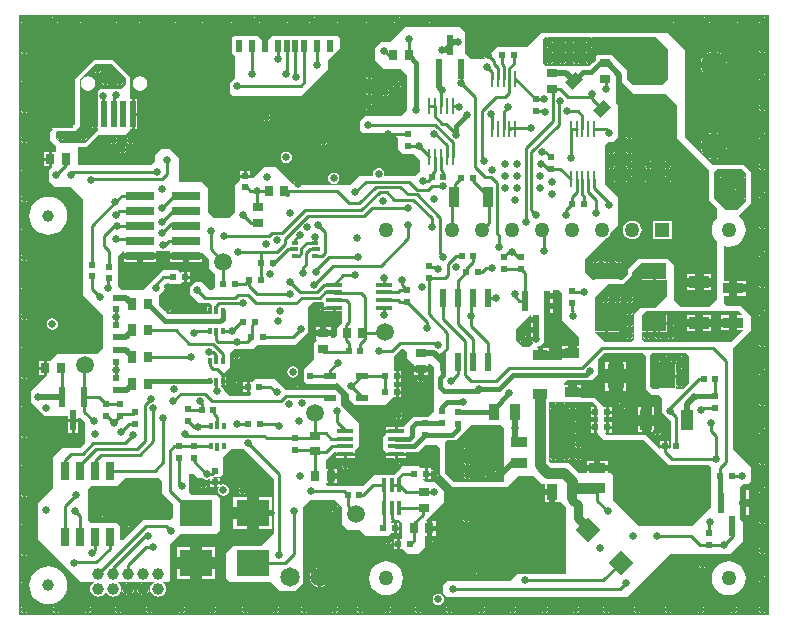
<source format=gbl>
%FSTAX24Y24*%
%MOIN*%
%SFA1B1*%

%IPPOS*%
%AMD71*
4,1,4,-0.030600,-0.004200,-0.004200,-0.030600,0.030600,0.004200,0.004200,0.030600,-0.030600,-0.004200,0.0*
%
%AMD77*
4,1,4,0.000000,0.041700,-0.041700,0.000000,0.000000,-0.041700,0.041700,0.000000,0.000000,0.041700,0.0*
%
%ADD10R,0.035400X0.031500*%
%ADD11R,0.023600X0.019700*%
%ADD13R,0.011000X0.055100*%
%ADD14R,0.055100X0.033500*%
%ADD15R,0.019700X0.014800*%
%ADD16R,0.025600X0.011800*%
%ADD17R,0.019700X0.023600*%
%ADD20R,0.049200X0.037400*%
%ADD21C,0.059100*%
%ADD24R,0.023600X0.070900*%
%ADD28R,0.035400X0.070900*%
%ADD29R,0.070900X0.035400*%
%ADD32R,0.039400X0.066900*%
%ADD33R,0.031500X0.035400*%
%ADD50C,0.010000*%
%ADD53C,0.020000*%
%ADD55C,0.015000*%
%ADD56C,0.030000*%
%ADD57C,0.040000*%
%ADD58C,0.025000*%
%ADD59C,0.035000*%
%ADD60R,0.283500X0.126000*%
%ADD61R,0.110200X0.220500*%
%ADD63C,0.065000*%
%ADD64R,0.086600X0.086600*%
%ADD65C,0.086600*%
%ADD66C,0.039400*%
%ADD67C,0.050000*%
%ADD68R,0.050000X0.050000*%
%ADD69C,0.003900*%
%ADD70C,0.025000*%
G04~CAMADD=71~9~0.0~0.0~374.0~492.0~0.0~0.0~0~0.0~0.0~0.0~0.0~0~0.0~0.0~0.0~0.0~0~0.0~0.0~0.0~135.0~612.0~611.0*
%ADD71D71*%
%ADD72R,0.078700X0.047200*%
%ADD73R,0.019700X0.039400*%
%ADD74R,0.053200X0.015700*%
%ADD75R,0.023600X0.061000*%
%ADD76R,0.066900X0.039400*%
G04~CAMADD=77~10~0.0~590.4~0.0~0.0~0.0~0.0~0~0.0~0.0~0.0~0.0~0~0.0~0.0~0.0~0.0~0~0.0~0.0~0.0~405.0~590.4~0.0*
%ADD77D77*%
%ADD78R,0.055100X0.082700*%
%ADD79R,0.082700X0.055100*%
%ADD80R,0.033500X0.055100*%
%ADD81R,0.110200X0.086600*%
%ADD82R,0.031500X0.043300*%
%ADD83R,0.014800X0.019700*%
%ADD84R,0.011800X0.025600*%
%ADD85R,0.041300X0.023600*%
%ADD86R,0.029900X0.063000*%
%ADD87R,0.094500X0.029900*%
%ADD88R,0.013800X0.045300*%
%ADD89R,0.019700X0.090600*%
%ADD90R,0.078700X0.098400*%
%ADD91C,0.045000*%
%LNee4951_bpm_reva-1*%
%LPD*%
G36*
X035Y006063D02*
X01D01*
Y008425*
Y026063*
X035*
Y006063*
G37*
%LNee4951_bpm_reva-2*%
%LPC*%
G36*
X03492Y019989D02*
X034853D01*
Y019922*
X034893Y019949*
X03492Y019989*
G37*
G36*
X034753D02*
X034686D01*
X034713Y019949*
X034753Y019922*
Y019989*
G37*
G36*
X027391Y007833D02*
X027351Y007806D01*
X027324Y007766*
X027391*
Y007833*
G37*
G36*
X010147Y020078D02*
X010107Y020051D01*
X01008Y020011*
X010147*
Y020078*
G37*
G36*
X032912Y007706D02*
X032845D01*
Y007639*
X032885Y007666*
X032912Y007706*
G37*
G36*
X010247Y020078D02*
Y020011D01*
X010314*
X010287Y020051*
X010247Y020078*
G37*
G36*
X032745Y007706D02*
X032678D01*
X032705Y007666*
X032745Y007639*
Y007706*
G37*
G36*
X010247Y019093D02*
Y019026D01*
X010314*
X010287Y019066*
X010247Y019093*
G37*
G36*
X034753Y019172D02*
X034713Y019145D01*
X034686Y019105*
X034753*
Y019172*
G37*
G36*
X03492Y019005D02*
X034853D01*
Y018938*
X034893Y018965*
X03492Y019005*
G37*
G36*
X010147Y019093D02*
X010107Y019066D01*
X01008Y019026*
X010147*
Y019093*
G37*
G36*
X010314Y019911D02*
X010247D01*
Y019844*
X010287Y019871*
X010314Y019911*
G37*
G36*
X027491Y007833D02*
Y007766D01*
X027558*
X027531Y007806*
X027491Y007833*
G37*
G36*
X034853Y019172D02*
Y019105D01*
X03492*
X034893Y019145*
X034853Y019172*
G37*
G36*
X010147Y019911D02*
X01008D01*
X010107Y019871*
X010147Y019844*
Y019911*
G37*
G36*
X034753Y020156D02*
X034713Y020129D01*
X034686Y020089*
X034753*
Y020156*
G37*
G36*
X020078Y007644D02*
Y007373D01*
X020349*
X020344Y007408*
X020311Y007487*
X020259Y007554*
X020191Y007607*
X020112Y007639*
X020078Y007644*
G37*
G36*
X025107Y00745D02*
X025041D01*
X025067Y00741*
X025107Y007383*
Y00745*
G37*
G36*
X025274D02*
X025207D01*
Y007383*
X025248Y00741*
X025274Y00745*
G37*
G36*
X019978Y007644D02*
X019943Y007639D01*
X019864Y007607*
X019796Y007554*
X019744Y007487*
X019711Y007408*
X019707Y007373*
X019978*
Y007644*
G37*
G36*
X016545Y008317D02*
X015266D01*
Y007274*
X016545*
Y008317*
G37*
G36*
X034753Y007361D02*
X034713Y007334D01*
X034686Y007294*
X034753*
Y007361*
G37*
G36*
X034853D02*
Y007294D01*
X03492*
X034893Y007334*
X034853Y007361*
G37*
G36*
X025107Y007617D02*
X025067Y00759D01*
X025041Y00755*
X025107*
Y007617*
G37*
G36*
X027863Y007666D02*
X027796D01*
X027823Y007626*
X027863Y007599*
Y007666*
G37*
G36*
X02803D02*
X027963D01*
Y007599*
X028004Y007626*
X02803Y007666*
G37*
G36*
X034853Y020156D02*
Y020089D01*
X03492*
X034893Y020129*
X034853Y020156*
G37*
G36*
X027558Y007666D02*
X027491D01*
Y007599*
X027531Y007626*
X027558Y007666*
G37*
G36*
X025207Y007617D02*
Y00755D01*
X025274*
X025248Y00759*
X025207Y007617*
G37*
G36*
X020492Y020809D02*
X02042Y020794D01*
X020359Y020753*
X020318Y020692*
X020303Y02062*
X020318Y020548*
X020359Y020487*
X02042Y020446*
X020492Y020431*
X020564Y020446*
X020626Y020487*
X020666Y020548*
X020681Y02062*
X020666Y020692*
X020626Y020753*
X020564Y020794*
X020492Y020809*
G37*
G36*
X027391Y007666D02*
X027324D01*
X027351Y007626*
X027391Y007599*
Y007666*
G37*
G36*
X027558Y008217D02*
X027491D01*
Y00815*
X027531Y008177*
X027558Y008217*
G37*
G36*
X027391D02*
X027324D01*
X027351Y008177*
X027391Y00815*
Y008217*
G37*
G36*
X034753Y017204D02*
X034713Y017177D01*
X034686Y017137*
X034753*
Y017204*
G37*
G36*
X034853D02*
Y017137D01*
X03492*
X034893Y017177*
X034853Y017204*
G37*
G36*
X034753Y018021D02*
X034686D01*
X034713Y017981*
X034753Y017954*
Y018021*
G37*
G36*
X03492D02*
X034853D01*
Y017954*
X034893Y017981*
X03492Y018021*
G37*
G36*
X010147Y017942D02*
X01008D01*
X010107Y017902*
X010147Y017875*
Y017942*
G37*
G36*
X010314D02*
X010247D01*
Y017875*
X010287Y017902*
X010314Y017942*
G37*
G36*
X02803Y008217D02*
X027963D01*
Y00815*
X028004Y008177*
X02803Y008217*
G37*
G36*
X027863D02*
X027796D01*
X027823Y008177*
X027863Y00815*
Y008217*
G37*
G36*
X010314Y016958D02*
X010247D01*
Y016891*
X010287Y016918*
X010314Y016958*
G37*
G36*
X010147Y008267D02*
X010107Y00824D01*
X01008Y0082*
X010147*
Y008267*
G37*
G36*
Y017125D02*
X010107Y017098D01*
X01008Y017058*
X010147*
Y017125*
G37*
G36*
X010247D02*
Y017058D01*
X010314*
X010287Y017098*
X010247Y017125*
G37*
G36*
X034753Y017037D02*
X034686D01*
X034713Y016996*
X034753Y01697*
Y017037*
G37*
G36*
X03492D02*
X034853D01*
Y01697*
X034893Y016996*
X03492Y017037*
G37*
G36*
X027963Y007833D02*
Y007766D01*
X02803*
X028004Y007806*
X027963Y007833*
G37*
G36*
X027863D02*
X027823Y007806D01*
X027796Y007766*
X027863*
Y007833*
G37*
G36*
X034753Y018188D02*
X034713Y018161D01*
X034686Y018121*
X034753*
Y018188*
G37*
G36*
X034853D02*
Y018121D01*
X03492*
X034893Y018161*
X034853Y018188*
G37*
G36*
X010314Y018926D02*
X010247D01*
Y018859*
X010287Y018886*
X010314Y018926*
G37*
G36*
X034753Y019005D02*
X034686D01*
X034713Y018965*
X034753Y018938*
Y019005*
G37*
G36*
X010984Y020004D02*
X010861Y019992D01*
X010742Y019956*
X010632Y019897*
X010536Y019818*
X010457Y019722*
X010399Y019613*
X010363Y019494*
X01035Y01937*
X010363Y019246*
X010399Y019127*
X010457Y019018*
X010536Y018922*
X010632Y018843*
X010742Y018784*
X010861Y018748*
X010984Y018736*
X011108Y018748*
X011227Y018784*
X011336Y018843*
X011432Y018922*
X011511Y019018*
X01157Y019127*
X011606Y019246*
X011618Y01937*
X011606Y019494*
X01157Y019613*
X011511Y019722*
X011432Y019818*
X011336Y019897*
X011227Y019956*
X011108Y019992*
X010984Y020004*
G37*
G36*
X010147Y018926D02*
X01008D01*
X010107Y018886*
X010147Y018859*
Y018926*
G37*
G36*
X010314Y0081D02*
X010247D01*
Y008033*
X010287Y008059*
X010314Y0081*
G37*
G36*
X010147D02*
X01008D01*
X010107Y008059*
X010147Y008033*
Y0081*
G37*
G36*
X03492Y008178D02*
X034853D01*
Y008111*
X034893Y008138*
X03492Y008178*
G37*
G36*
X034753D02*
X034686D01*
X034713Y008138*
X034753Y008111*
Y008178*
G37*
G36*
X010147Y018109D02*
X010107Y018082D01*
X01008Y018042*
X010147*
Y018109*
G37*
G36*
X010247D02*
Y018042D01*
X010314*
X010287Y018082*
X010247Y018109*
G37*
G36*
X032845Y007873D02*
Y007806D01*
X032912*
X032885Y007846*
X032845Y007873*
G37*
G36*
X032745D02*
X032705Y007846D01*
X032678Y007806*
X032745*
Y007873*
G37*
G36*
X028593Y006377D02*
Y00631D01*
X02866*
X028633Y00635*
X028593Y006377*
G37*
G36*
X033119Y021643D02*
X032739D01*
X032747Y02158*
X032791Y021475*
X03286Y021384*
X032951Y021315*
X033056Y021271*
X033119Y021263*
Y021643*
G37*
G36*
X018917Y021508D02*
X018845Y021493D01*
X018784Y021452*
X018743Y021391*
X018729Y021319*
X018743Y021247*
X018784Y021186*
X018845Y021145*
X018917Y02113*
X01899Y021145*
X019051Y021186*
X019092Y021247*
X019106Y021319*
X019092Y021391*
X019051Y021452*
X01899Y021493*
X018917Y021508*
G37*
G36*
X029546Y006377D02*
X029506Y00635D01*
X02948Y00631*
X029546*
Y006377*
G37*
G36*
X02756D02*
Y00631D01*
X027627*
X0276Y00635*
X02756Y006377*
G37*
G36*
X02746D02*
X02742Y00635D01*
X027393Y00631*
X02746*
Y006377*
G37*
G36*
X0336Y021643D02*
X033219D01*
Y021263*
X033282Y021271*
X033388Y021315*
X033478Y021384*
X033548Y021475*
X033591Y02158*
X0336Y021643*
G37*
G36*
X028493Y006377D02*
X028453Y00635D01*
X028426Y00631*
X028493*
Y006377*
G37*
G36*
X032667D02*
X032626Y00635D01*
X0326Y00631*
X032667*
Y006377*
G37*
G36*
X031723D02*
Y00631D01*
X03179*
X031763Y00635*
X031723Y006377*
G37*
G36*
X033769D02*
X033729Y00635D01*
X033702Y00631*
X033769*
Y006377*
G37*
G36*
X032767D02*
Y00631D01*
X032833*
X032807Y00635*
X032767Y006377*
G37*
G36*
X03058D02*
X03054Y00635D01*
X030513Y00631*
X03058*
Y006377*
G37*
G36*
X029646D02*
Y00631D01*
X029713*
X029687Y00635*
X029646Y006377*
G37*
G36*
X031623D02*
X031583Y00635D01*
X031556Y00631*
X031623*
Y006377*
G37*
G36*
X03068D02*
Y00631D01*
X030747*
X03072Y00635*
X03068Y006377*
G37*
G36*
X020265Y0218D02*
X020198D01*
Y021733*
X020238Y02176*
X020265Y0218*
G37*
G36*
X02432Y006377D02*
X02428Y00635D01*
X024253Y00631*
X02432*
Y006377*
G37*
G36*
X013495Y021711D02*
Y021644D01*
X013562*
X013535Y021685*
X013495Y021711*
G37*
G36*
X020098Y0218D02*
X020031D01*
X020058Y02176*
X020098Y021733*
Y0218*
G37*
G36*
X033219Y022123D02*
Y021743D01*
X0336*
X033591Y021806*
X033548Y021911*
X033478Y022002*
X033388Y022071*
X033282Y022115*
X033219Y022123*
G37*
G36*
X0131Y02184D02*
X013033D01*
X013059Y0218*
X0131Y021773*
Y02184*
G37*
G36*
X033119Y022123D02*
X033056Y022115D01*
X032951Y022071*
X03286Y022002*
X032791Y021911*
X032747Y021806*
X032739Y021743*
X033119*
Y022123*
G37*
G36*
X023377Y006377D02*
Y00631D01*
X023444*
X023417Y00635*
X023377Y006377*
G37*
G36*
X013562Y021544D02*
X013495D01*
Y021478*
X013535Y021504*
X013562Y021544*
G37*
G36*
X026407Y006377D02*
X026367Y00635D01*
X02634Y00631*
X026407*
Y006377*
G37*
G36*
X026507D02*
Y00631D01*
X026574*
X026547Y00635*
X026507Y006377*
G37*
G36*
X013395Y021544D02*
X013328D01*
X013355Y021504*
X013395Y021478*
Y021544*
G37*
G36*
X02442Y006377D02*
Y00631D01*
X024487*
X02446Y00635*
X02442Y006377*
G37*
G36*
X013395Y021711D02*
X013355Y021685D01*
X013328Y021644*
X013395*
Y021711*
G37*
G36*
X025463Y006377D02*
Y00631D01*
X02553*
X025504Y00635*
X025463Y006377*
G37*
G36*
X025363D02*
X025323Y00635D01*
X025296Y00631*
X025363*
Y006377*
G37*
G36*
X013692Y007126D02*
Y006985D01*
X013832*
X013827Y007012*
X013784Y007077*
X013719Y00712*
X013692Y007126*
G37*
G36*
X024695Y02565D02*
X022864D01*
X022362Y025148*
X022067*
X02187Y024951*
Y024557*
X022165Y024262*
X022756*
X022953Y024065*
Y022884*
X022756Y022687*
X021526*
X021378Y022539*
Y022244*
X021476Y022146*
X02217*
X022189Y022122*
X022186Y022106*
X022195Y022058*
X022223Y022016*
X022263Y021989*
Y022106*
X022363*
Y021989*
X022403Y022016*
X022431Y022058*
X02244Y022106*
X022467Y022128*
X022477Y022129*
X022628Y021978*
Y021585*
X022776Y021437*
X023169*
X023366Y02124*
Y020846*
X023209Y020689*
X022195*
X022175Y020719*
X022187Y020778*
X022173Y02085*
X022132Y020912*
X022071Y020953*
X021999Y020967*
X021926Y020953*
X021865Y020912*
X021824Y02085*
X02181Y020778*
X021822Y020719*
X021802Y020689*
X021339*
X021043Y020394*
X019444*
X019425Y020417*
X019429Y020433*
X019419Y020482*
X019391Y020523*
X019351Y02055*
Y020433*
X019251*
Y02055*
X019211Y020523*
X019183Y020482*
X019174Y020435*
X019166Y02043*
X019145Y020421*
X018583Y020984*
X018189*
X01782Y020615*
X017717*
Y020866*
X017362*
Y020551*
X017205Y020394*
Y019508*
X017008Y019311*
X016516*
X016319Y019508*
Y020295*
X016122Y020492*
X015335*
Y021299*
X015039Y021594*
X014744*
X014547Y021398*
Y021201*
X014409Y021063*
X011959*
Y021654*
X012254*
X012648Y022047*
X013533*
X013711Y022224*
Y022264*
X013937*
Y023248*
X013711*
Y023996*
X01313Y024577*
X01252Y024567*
X01189Y023937*
Y022421*
X011855Y022393*
X011811Y022411*
Y022745*
X011417*
X011024*
Y022303*
X01112*
X011141Y022253*
X011053Y022165*
Y02188*
X011235Y021698*
Y021506*
X010837*
Y021033*
X011101*
X01112Y020987*
X011011Y020878*
Y020512*
X011208Y020315*
X011732*
X012126Y019921*
Y019016*
Y016735*
X012817Y016043*
Y014958*
X012618Y014759*
X011265*
X011043Y014537*
X010669*
Y014065*
X010899*
X010918Y014019*
X010394Y013494*
Y01315*
X010837Y012707*
X011637*
X011644Y012136*
X011988*
Y012646*
X012038Y012667*
X012195Y01251*
Y011801*
X012028Y011634*
X011457*
X011152Y011329*
Y010295*
X01063Y009774*
Y008583*
X012047Y007165*
X012527*
X012512Y007159*
X012459Y007118*
X012417Y007065*
X012391Y007002*
X012383Y006935*
X012391Y006868*
X012417Y006806*
X012459Y006752*
X012512Y006711*
X012575Y006685*
X012642Y006676*
X012709Y006685*
X012771Y006711*
X012825Y006752*
X012866Y006806*
X012892Y006867*
X012917Y006806*
X012959Y006752*
X013012Y006711*
X013075Y006685*
X013142Y006676*
X013209Y006685*
X013271Y006711*
X013325Y006752*
X013366Y006806*
X013392Y006868*
X013401Y006935*
X013392Y007002*
X013366Y007065*
X013325Y007118*
X013271Y007159*
X013257Y007165*
X014527*
X014512Y007159*
X014459Y007118*
X014417Y007065*
X014391Y007002*
X014383Y006935*
X014391Y006868*
X014417Y006806*
X014459Y006752*
X014512Y006711*
X014575Y006685*
X014642Y006676*
X014709Y006685*
X014771Y006711*
X014825Y006752*
X014866Y006806*
X014892Y006868*
X014901Y006935*
X014892Y007002*
X014866Y007065*
X014825Y007118*
X014771Y007159*
X014757Y007165*
X01498*
X015049Y007234*
Y008435*
X015374Y00876*
X016575*
X016722Y008907*
Y009941*
X016614Y010049*
X015778*
X015669Y010157*
Y010768*
X015827*
X015969Y010625*
X016126*
X016188Y010584*
X01626Y010569*
X016332Y010584*
X016368Y010608*
Y010335*
X016671*
X016647Y010299*
X016632Y010226*
X016647Y010154*
X016687Y010093*
X016749Y010052*
X016821Y010038*
X016893Y010052*
X016954Y010093*
X016995Y010154*
X017009Y010226*
X016995Y010299*
X016954Y01036*
X016893Y010401*
X016821Y010415*
X016749Y010401*
X016722Y010383*
Y01064*
X016403*
X016407Y010646*
X016427*
X01647Y010654*
X016506Y010679*
X016507*
X016722*
X016811Y010768*
Y011329*
X017077Y011594*
X01751*
X018278Y010827*
X018524Y010581*
Y01001*
Y009213*
Y008809*
X018346Y008632*
X018091Y008376*
X017175*
X017047Y008248*
X016919Y00812*
Y007313*
Y007303*
X017057Y007165*
X018386*
X018465Y007087*
X018701Y00685*
X019213*
X019488Y007126*
Y009646*
X019724Y009882*
X020541*
X020778Y009646*
Y009104*
X020984Y008898*
X021378*
X02157Y008706*
X022338*
X022411Y00878*
X022677*
Y009124*
X022411*
Y009208*
X022431Y009227*
X022672*
X022766Y009134*
Y008593*
X0225*
Y008248*
X022795*
X022933Y00811*
X023297*
X023533Y008346*
Y008711*
X023907*
Y009183*
X023553*
X024163Y009793*
Y010207*
X023868Y010502*
X023573*
X023474Y0106*
X02373*
Y010731*
X023731Y010729*
X023758Y010687*
X023798Y010661*
Y010778*
Y010894*
X023758Y010868*
X023731Y010826*
X02373Y010825*
Y010955*
X023415*
X023346Y011024*
X022785*
X022736Y010974*
X0225Y010738*
X02185*
X021476Y010364*
X020295*
X020236Y010423*
Y010453*
X02061*
Y010925*
X020236*
Y01122*
X020522Y011506*
X020561*
Y011289*
X021211*
Y011544*
X021212*
Y011566*
X021348Y011703*
Y01247*
X020758Y013061*
Y013356*
X020561Y013553*
X020443*
X020571*
Y013621*
X020364*
Y013721*
X020571*
Y013789*
X02065*
X020994Y013445*
Y013248*
X021093Y01315*
X021191Y013051*
X022205*
X022402Y013248*
X02247Y013317*
X022756*
Y013671*
X0225*
Y013839*
X022756*
Y014193*
X0225*
Y014665*
X022756Y014921*
X022854*
X022953Y014823*
Y014626*
X02315Y014429*
X023159*
Y014055*
X023333*
X023306Y014037*
X023279Y013997*
X023513*
X023486Y014037*
X023459Y014055*
X023632*
Y014429*
X02374*
X023829Y014341*
Y012864*
X023632Y012667*
X02314*
X022844Y012372*
Y012333*
X022254*
Y012096*
X022156Y011998*
Y011604*
X022254Y011506*
Y011289*
X022532*
X02253*
X022489Y011261*
X022462Y011221*
X022696*
X022669Y011261*
X022628Y011289*
X022626*
X022904*
Y011506*
X023307*
X023337Y011535*
X023533Y011732*
X023927*
X024026Y011634*
Y010748*
X024459Y010315*
X02626*
X026654Y010709*
X027165*
X027441Y010433*
X027539*
Y009823*
X027992*
Y009882*
X028229Y009645*
Y007441*
X026614*
X026378Y007205*
X024291*
X024134Y007047*
Y006811*
X024291Y006654*
X030276*
X031732Y00811*
X033711*
X034134Y008533*
Y009154*
X034035Y009252*
Y00938*
X034331*
Y010217*
X034035*
Y010335*
X034134Y010433*
X034311*
X034409Y010532*
Y010965*
X033794Y01158*
Y014936*
X034409Y015551*
Y016014*
X034075Y016348*
X033612*
X033514Y016447*
Y016703*
X034232*
Y017195*
X033514*
Y018353*
X033515Y018352*
X033661Y018333*
X033808Y018352*
X033944Y018408*
X034061Y018498*
X034151Y018615*
X034207Y018751*
X034226Y018898*
X034207Y019044*
X034151Y01918*
X034061Y019297*
X033972Y019365*
X034409Y019803*
Y020837*
X034183Y021063*
X03315*
X032205Y022008*
Y024882*
X031614Y025472*
X027431*
X026939Y02498*
X025955*
X025744Y024769*
X02572Y024805*
X02568Y024831*
Y024715*
X02563*
Y024665*
X025513*
X02554Y024624*
X025575Y024601*
X025561Y024587*
X025069*
X024872Y024783*
Y025472*
X024695Y02565*
G37*
G36*
X014192Y007126D02*
Y006985D01*
X014332*
X014327Y007012*
X014284Y007077*
X014219Y00712*
X014192Y007126*
G37*
G36*
X014092D02*
X014065Y00712D01*
X014Y007077*
X013956Y007012*
X013951Y006985*
X014092*
Y007126*
G37*
G36*
Y006885D02*
X013951D01*
X013956Y006858*
X014Y006793*
X014065Y00675*
X014092Y006744*
Y006885*
G37*
G36*
X013832D02*
X013692D01*
Y006744*
X013719Y00675*
X013784Y006793*
X013827Y006858*
X013832Y006885*
G37*
G36*
X013592Y007126D02*
X013565Y00712D01*
X0135Y007077*
X013456Y007012*
X013451Y006985*
X013592*
Y007126*
G37*
G36*
X014332Y006885D02*
X014192D01*
Y006744*
X014219Y00675*
X014284Y006793*
X014327Y006858*
X014332Y006885*
G37*
G36*
X03492Y007194D02*
X034853D01*
Y007127*
X034893Y007154*
X03492Y007194*
G37*
G36*
X034753D02*
X034686D01*
X034713Y007154*
X034753Y007127*
Y007194*
G37*
G36*
X010247Y007322D02*
Y007255D01*
X010314*
X010287Y007295*
X010247Y007322*
G37*
G36*
X010147D02*
X010107Y007295D01*
X01008Y007255*
X010147*
Y007322*
G37*
G36*
X020349Y007273D02*
X020078D01*
Y007002*
X020112Y007006*
X020191Y007039*
X020259Y007091*
X020311Y007159*
X020344Y007238*
X020349Y007273*
G37*
G36*
X019978D02*
X019707D01*
X019711Y007238*
X019744Y007159*
X019796Y007091*
X019864Y007039*
X019943Y007006*
X019978Y007002*
Y007273*
G37*
G36*
X010314Y007155D02*
X010247D01*
Y007088*
X010287Y007115*
X010314Y007155*
G37*
G36*
X010147D02*
X01008D01*
X010107Y007115*
X010147Y007088*
Y007155*
G37*
G36*
X034753Y006377D02*
X034713Y00635D01*
X034686Y00631*
X034753*
Y006377*
G37*
G36*
X033869D02*
Y00631D01*
X033936*
X033909Y00635*
X033869Y006377*
G37*
G36*
X023986Y006773D02*
X023914Y006759D01*
X023874Y006732*
X023853Y006718*
X023812Y006657*
X023798Y006585*
X023812Y006512*
X023853Y006451*
X023914Y00641*
X023986Y006396*
X024058Y00641*
X02412Y006451*
X02416Y006512*
X024175Y006585*
X02416Y006657*
X02412Y006718*
X024098Y006732*
X024058Y006759*
X023986Y006773*
G37*
G36*
X034853Y006377D02*
Y00631D01*
X03492*
X034893Y00635*
X034853Y006377*
G37*
G36*
X034753Y021141D02*
X034713Y021114D01*
X034686Y021074*
X034753*
Y021141*
G37*
G36*
X034853D02*
Y021074D01*
X03492*
X034893Y021114*
X034853Y021141*
G37*
G36*
X010147Y021062D02*
X010107Y021035D01*
X01008Y020995*
X010147*
Y021062*
G37*
G36*
X010247D02*
Y020995D01*
X010314*
X010287Y021035*
X010247Y021062*
G37*
G36*
X034753Y020974D02*
X034686D01*
X034713Y020933*
X034753Y020907*
Y020974*
G37*
G36*
X03492D02*
X034853D01*
Y020907*
X034893Y020933*
X03492Y020974*
G37*
G36*
X010147Y020895D02*
X01008D01*
X010107Y020855*
X010147Y020828*
Y020895*
G37*
G36*
X010314D02*
X010247D01*
Y020828*
X010287Y020855*
X010314Y020895*
G37*
G36*
X022244Y007848D02*
X022098Y007829D01*
X021962Y007773*
X021845Y007683*
X021755Y007566*
X021699Y00743*
X021679Y007283*
X021699Y007137*
X021755Y007001*
X021845Y006884*
X021962Y006794*
X022098Y006738*
X022244Y006719*
X02239Y006738*
X022527Y006794*
X022643Y006884*
X022733Y007001*
X02279Y007137*
X022809Y007283*
X02279Y00743*
X022733Y007566*
X022643Y007683*
X022527Y007773*
X02239Y007829*
X022244Y007848*
G37*
G36*
X010984Y007681D02*
X010861Y007669D01*
X010742Y007633*
X010632Y007574*
X010536Y007495*
X010457Y007399*
X010399Y00729*
X010363Y007171*
X01035Y007047*
X010363Y006924*
X010399Y006805*
X010457Y006695*
X010536Y006599*
X010632Y00652*
X010742Y006462*
X010861Y006426*
X010984Y006413*
X011108Y006426*
X011227Y006462*
X011336Y00652*
X011432Y006599*
X011511Y006695*
X01157Y006805*
X011606Y006924*
X011618Y007047*
X011606Y007171*
X01157Y00729*
X011511Y007399*
X011432Y007495*
X011336Y007574*
X011227Y007633*
X011108Y007669*
X010984Y007681*
G37*
G36*
X013592Y006885D02*
X013451D01*
X013456Y006858*
X0135Y006793*
X013565Y00675*
X013592Y006744*
Y006885*
G37*
G36*
X033661Y007848D02*
X033515Y007829D01*
X033379Y007773*
X033262Y007683*
X033172Y007566*
X033116Y00743*
X033097Y007283*
X033116Y007137*
X033172Y007001*
X033262Y006884*
X033379Y006794*
X033515Y006738*
X033661Y006719*
X033808Y006738*
X033944Y006794*
X034061Y006884*
X034151Y007001*
X034207Y007137*
X034226Y007283*
X034207Y00743*
X034151Y007566*
X034061Y007683*
X033944Y007773*
X033808Y007829*
X033661Y007848*
G37*
G36*
X010147Y016958D02*
X01008D01*
X010107Y016918*
X010147Y016891*
Y016958*
G37*
G36*
X034853Y010314D02*
Y010247D01*
X03492*
X034893Y010287*
X034853Y010314*
G37*
G36*
X01742Y010343D02*
X01738Y010316D01*
X017354Y010276*
X01742*
Y010343*
G37*
G36*
X01752D02*
Y010276D01*
X017587*
X017561Y010316*
X01752Y010343*
G37*
G36*
X034753Y010314D02*
X034713Y010287D01*
X034686Y010247*
X034753*
Y010314*
G37*
G36*
X010247Y010235D02*
Y010168D01*
X010314*
X010287Y010208*
X010247Y010235*
G37*
G36*
X023513Y013897D02*
X023446D01*
Y01383*
X023486Y013857*
X023513Y013897*
G37*
G36*
X023346D02*
X023279D01*
X023306Y013857*
X023346Y01383*
Y013897*
G37*
G36*
X016092Y010363D02*
X016025D01*
X016052Y010323*
X016092Y010296*
Y010363*
G37*
G36*
X010247Y013188D02*
Y013121D01*
X010314*
X010287Y013161*
X010247Y013188*
G37*
G36*
X010147D02*
X010107Y013161D01*
X01008Y013121*
X010147*
Y013188*
G37*
G36*
X016192Y01053D02*
Y010463D01*
X016259*
X016232Y010504*
X016192Y01053*
G37*
G36*
X034753Y013267D02*
X034713Y01324D01*
X034686Y0132*
X034753*
Y013267*
G37*
G36*
X016259Y010363D02*
X016192D01*
Y010296*
X016232Y010323*
X016259Y010363*
G37*
G36*
X016092Y01053D02*
X016052Y010504D01*
X016025Y010463*
X016092*
Y01053*
G37*
G36*
X034853Y013267D02*
Y0132D01*
X03492*
X034893Y01324*
X034853Y013267*
G37*
G36*
X010147Y010235D02*
X010107Y010208D01*
X01008Y010168*
X010147*
Y010235*
G37*
G36*
X03492Y010147D02*
X034853D01*
Y01008*
X034893Y010107*
X03492Y010147*
G37*
G36*
X01742Y010176D02*
X017354D01*
X01738Y010136*
X01742Y010109*
Y010176*
G37*
G36*
X017587D02*
X01752D01*
Y010109*
X017561Y010136*
X017587Y010176*
G37*
G36*
X034753Y010147D02*
X034686D01*
X034713Y010107*
X034753Y01008*
Y010147*
G37*
G36*
X020621Y009684D02*
Y009617D01*
X020688*
X020661Y009657*
X020621Y009684*
G37*
G36*
X010147Y010068D02*
X01008D01*
X010107Y010028*
X010147Y010001*
Y010068*
G37*
G36*
X010314D02*
X010247D01*
Y010001*
X010287Y010028*
X010314Y010068*
G37*
G36*
X034853Y014251D02*
Y014184D01*
X03492*
X034893Y014224*
X034853Y014251*
G37*
G36*
X034753Y014084D02*
X034686D01*
X034713Y014044*
X034753Y014017*
Y014084*
G37*
G36*
X010314Y014005D02*
X010247D01*
Y013938*
X010287Y013965*
X010314Y014005*
G37*
G36*
X010147D02*
X01008D01*
X010107Y013965*
X010147Y013938*
Y014005*
G37*
G36*
X03492Y014084D02*
X034853D01*
Y014017*
X034893Y014044*
X03492Y014084*
G37*
G36*
X034753Y014251D02*
X034713Y014224D01*
X034686Y014184*
X034753*
Y014251*
G37*
G36*
X010247Y014172D02*
Y014105D01*
X010314*
X010287Y014145*
X010247Y014172*
G37*
G36*
X010147D02*
X010107Y014145D01*
X01008Y014105*
X010147*
Y014172*
G37*
G36*
X03492Y0131D02*
X034853D01*
Y013033*
X034893Y013059*
X03492Y0131*
G37*
G36*
X010314Y011052D02*
X010247D01*
Y010985*
X010287Y011012*
X010314Y011052*
G37*
G36*
X022529Y011121D02*
X022462D01*
X022489Y011081*
X022529Y011054*
Y011121*
G37*
G36*
X022696D02*
X022629D01*
Y011054*
X022669Y011081*
X022696Y011121*
G37*
G36*
X010147Y011052D02*
X01008D01*
X010107Y011012*
X010147Y010985*
Y011052*
G37*
G36*
X023898Y010894D02*
Y010828D01*
X023965*
X023939Y010868*
X023898Y010894*
G37*
G36*
X020846Y011013D02*
X020779D01*
X020806Y010973*
X020846Y010946*
Y011013*
G37*
G36*
X021013D02*
X020946D01*
Y010946*
X020986Y010973*
X021013Y011013*
G37*
G36*
X034753Y011131D02*
X034686D01*
X034713Y011091*
X034753Y011064*
Y011131*
G37*
G36*
X034853Y011298D02*
Y011231D01*
X03492*
X034893Y011271*
X034853Y011298*
G37*
G36*
X034753D02*
X034713Y011271D01*
X034686Y011231*
X034753*
Y011298*
G37*
G36*
X010247Y011219D02*
Y011152D01*
X010314*
X010287Y011192*
X010247Y011219*
G37*
G36*
X010147D02*
X010107Y011192D01*
X01008Y011152*
X010147*
Y011219*
G37*
G36*
X03492Y011131D02*
X034853D01*
Y011064*
X034893Y011091*
X03492Y011131*
G37*
G36*
X020846Y01118D02*
X020806Y011153D01*
X020779Y011113*
X020846*
Y01118*
G37*
G36*
X020946D02*
Y011113D01*
X021013*
X020986Y011153*
X020946Y01118*
G37*
G36*
X010147Y012037D02*
X01008D01*
X010107Y011996*
X010147Y01197*
Y012037*
G37*
G36*
X022607Y012843D02*
X022567Y012816D01*
X022541Y012776*
X022607*
Y012843*
G37*
G36*
X022774Y012676D02*
X022707D01*
Y012609*
X022748Y012636*
X022774Y012676*
G37*
G36*
X022607D02*
X022541D01*
X022567Y012636*
X022607Y012609*
Y012676*
G37*
G36*
X022707Y012843D02*
Y012776D01*
X022774*
X022748Y012816*
X022707Y012843*
G37*
G36*
X034753Y0131D02*
X034686D01*
X034713Y013059*
X034753Y013033*
Y0131*
G37*
G36*
X010314Y013021D02*
X010247D01*
Y012954*
X010287Y012981*
X010314Y013021*
G37*
G36*
X010147D02*
X01008D01*
X010107Y012981*
X010147Y012954*
Y013021*
G37*
G36*
X023965Y010728D02*
X023898D01*
Y010661*
X023939Y010687*
X023965Y010728*
G37*
G36*
X03492Y012115D02*
X034853D01*
Y012048*
X034893Y012075*
X03492Y012115*
G37*
G36*
X034753D02*
X034686D01*
X034713Y012075*
X034753Y012048*
Y012115*
G37*
G36*
X010314Y012037D02*
X010247D01*
Y01197*
X010287Y011996*
X010314Y012037*
G37*
G36*
X010147Y012204D02*
X010107Y012177D01*
X01008Y012137*
X010147*
Y012204*
G37*
G36*
X034853Y012282D02*
Y012215D01*
X03492*
X034893Y012255*
X034853Y012282*
G37*
G36*
X034753D02*
X034713Y012255D01*
X034686Y012215*
X034753*
Y012282*
G37*
G36*
X010247Y012204D02*
Y012137D01*
X010314*
X010287Y012177*
X010247Y012204*
G37*
G36*
X010147Y014989D02*
X01008D01*
X010107Y014949*
X010147Y014922*
Y014989*
G37*
G36*
X027491Y008935D02*
Y008868D01*
X027558*
X027531Y008908*
X027491Y008935*
G37*
G36*
X034853Y016219D02*
Y016152D01*
X03492*
X034893Y016192*
X034853Y016219*
G37*
G36*
X034753D02*
X034713Y016192D01*
X034686Y016152*
X034753*
Y016219*
G37*
G36*
X027391Y008935D02*
X027351Y008908D01*
X027324Y008868*
X027391*
Y008935*
G37*
G36*
X027558Y008768D02*
X027491D01*
Y008701*
X027531Y008728*
X027558Y008768*
G37*
G36*
X027863D02*
X027796D01*
X027823Y008728*
X027863Y008701*
Y008768*
G37*
G36*
X02803D02*
X027963D01*
Y008701*
X028004Y008728*
X02803Y008768*
G37*
G36*
X010247Y016141D02*
Y016074D01*
X010314*
X010287Y016114*
X010247Y016141*
G37*
G36*
X034753Y016052D02*
X034686D01*
X034713Y016012*
X034753Y015985*
Y016052*
G37*
G36*
X010314Y015974D02*
X010247D01*
Y015907*
X010287Y015934*
X010314Y015974*
G37*
G36*
X010147D02*
X01008D01*
X010107Y015934*
X010147Y015907*
Y015974*
G37*
G36*
X03492Y016052D02*
X034853D01*
Y015985*
X034893Y016012*
X03492Y016052*
G37*
G36*
X010147Y016141D02*
X010107Y016114D01*
X01008Y016074*
X010147*
Y016141*
G37*
G36*
X027863Y008935D02*
X027823Y008908D01*
X027796Y008868*
X027863*
Y008935*
G37*
G36*
X027963D02*
Y008868D01*
X02803*
X028004Y008908*
X027963Y008935*
G37*
G36*
X027391Y008768D02*
X027324D01*
X027351Y008728*
X027391Y008701*
Y008768*
G37*
G36*
X027491Y008384D02*
Y008317D01*
X027558*
X027531Y008357*
X027491Y008384*
G37*
G36*
X027863D02*
X027823Y008357D01*
X027796Y008317*
X027863*
Y008384*
G37*
G36*
X027963D02*
Y008317D01*
X02803*
X028004Y008357*
X027963Y008384*
G37*
G36*
X027391D02*
X027351Y008357D01*
X027324Y008317*
X027391*
Y008384*
G37*
G36*
X010247Y008267D02*
Y0082D01*
X010314*
X010287Y00824*
X010247Y008267*
G37*
G36*
X034753Y008345D02*
X034713Y008318D01*
X034686Y008278*
X034753*
Y008345*
G37*
G36*
X034853D02*
Y008278D01*
X03492*
X034893Y008318*
X034853Y008345*
G37*
G36*
X022263Y008503D02*
X022196D01*
X022223Y008463*
X022263Y008436*
Y008503*
G37*
G36*
X022363Y00867D02*
Y008603D01*
X02243*
X022403Y008643*
X022363Y00867*
G37*
G36*
X023641Y00869D02*
X023601Y008663D01*
X023574Y008623*
X023641*
Y00869*
G37*
G36*
X023741D02*
Y008623D01*
X023808*
X023781Y008663*
X023741Y00869*
G37*
G36*
X022263Y00867D02*
X022223Y008643D01*
X022196Y008603*
X022263*
Y00867*
G37*
G36*
X02243Y008503D02*
X022363D01*
Y008436*
X022403Y008463*
X02243Y008503*
G37*
G36*
X023641Y008523D02*
X023574D01*
X023601Y008483*
X023641Y008456*
Y008523*
G37*
G36*
X023808D02*
X023741D01*
Y008456*
X023781Y008483*
X023808Y008523*
G37*
G36*
X018435Y00998D02*
X017156D01*
Y008937*
X018435*
Y00998*
G37*
G36*
X027491Y009486D02*
Y009419D01*
X027558*
X027531Y00946*
X027491Y009486*
G37*
G36*
X020521Y009517D02*
X020454D01*
X020481Y009477*
X020521Y00945*
Y009517*
G37*
G36*
X020688D02*
X020621D01*
Y00945*
X020661Y009477*
X020688Y009517*
G37*
G36*
X027391Y009486D02*
X027351Y00946D01*
X027324Y009419*
X027391*
Y009486*
G37*
G36*
X024991Y009398D02*
Y009331D01*
X025058*
X025031Y009372*
X024991Y009398*
G37*
G36*
X027863Y009486D02*
X027823Y00946D01*
X027796Y009419*
X027863*
Y009486*
G37*
G36*
X027963D02*
Y009419D01*
X02803*
X028004Y00946*
X027963Y009486*
G37*
G36*
X034853Y015235D02*
Y015168D01*
X03492*
X034893Y015208*
X034853Y015235*
G37*
G36*
X03492Y015068D02*
X034853D01*
Y015001*
X034893Y015028*
X03492Y015068*
G37*
G36*
X034753D02*
X034686D01*
X034713Y015028*
X034753Y015001*
Y015068*
G37*
G36*
X010314Y014989D02*
X010247D01*
Y014922*
X010287Y014949*
X010314Y014989*
G37*
G36*
X010147Y015156D02*
X010107Y015129D01*
X01008Y015089*
X010147*
Y015156*
G37*
G36*
X034753Y015235D02*
X034713Y015208D01*
X034686Y015168*
X034753*
Y015235*
G37*
G36*
X020521Y009684D02*
X020481Y009657D01*
X020454Y009617*
X020521*
Y009684*
G37*
G36*
X010247Y015156D02*
Y015089D01*
X010314*
X010287Y015129*
X010247Y015156*
G37*
G36*
X024891Y009398D02*
X024851Y009372D01*
X024824Y009331*
X024891*
Y009398*
G37*
G36*
X011122Y015947D02*
X01105Y015932D01*
X010989Y015891*
X010948Y01583*
X010933Y015758*
X010948Y015686*
X010989Y015625*
X01105Y015584*
X011122Y015569*
X011194Y015584*
X011255Y015625*
X011296Y015686*
X011311Y015758*
X011296Y01583*
X011255Y015891*
X011194Y015932*
X011122Y015947*
G37*
G36*
X024891Y009232D02*
X024824D01*
X024851Y009191*
X024891Y009165*
Y009232*
G37*
G36*
X025058D02*
X024991D01*
Y009165*
X025031Y009191*
X025058Y009232*
G37*
G36*
X03492Y009163D02*
X034853D01*
Y009096*
X034893Y009122*
X03492Y009163*
G37*
G36*
X010147Y009084D02*
X01008D01*
X010107Y009044*
X010147Y009017*
Y009084*
G37*
G36*
X010314D02*
X010247D01*
Y009017*
X010287Y009044*
X010314Y009084*
G37*
G36*
X034753Y009163D02*
X034686D01*
X034713Y009122*
X034753Y009096*
Y009163*
G37*
G36*
X010147Y009251D02*
X010107Y009224D01*
X01008Y009184*
X010147*
Y009251*
G37*
G36*
X027558Y009319D02*
X027491D01*
Y009253*
X027531Y009279*
X027558Y009319*
G37*
G36*
X034753Y00933D02*
X034713Y009303D01*
X034686Y009263*
X034753*
Y00933*
G37*
G36*
X034853D02*
Y009263D01*
X03492*
X034893Y009303*
X034853Y00933*
G37*
G36*
X027391Y009319D02*
X027324D01*
X027351Y009279*
X027391Y009253*
Y009319*
G37*
G36*
X010247Y009251D02*
Y009184D01*
X010314*
X010287Y009224*
X010247Y009251*
G37*
G36*
X027863Y009319D02*
X027796D01*
X027823Y009279*
X027863Y009253*
Y009319*
G37*
G36*
X02803D02*
X027963D01*
Y009253*
X028004Y009279*
X02803Y009319*
G37*
G36*
X016574Y00621D02*
X016507D01*
Y006143*
X016547Y00617*
X016574Y00621*
G37*
G36*
X016407D02*
X01634D01*
X016367Y00617*
X016407Y006143*
Y00621*
G37*
G36*
X033808Y025983D02*
X033768Y025956D01*
X033741Y025916*
X033808*
Y025983*
G37*
G36*
X017509Y00621D02*
X017442D01*
X017469Y00617*
X017509Y006143*
Y00621*
G37*
G36*
X014487D02*
X01442D01*
Y006143*
X01446Y00617*
X014487Y00621*
G37*
G36*
X01432D02*
X014253D01*
X01428Y00617*
X01432Y006143*
Y00621*
G37*
G36*
X01554D02*
X015473D01*
Y006143*
X015513Y00617*
X01554Y00621*
G37*
G36*
X015373D02*
X015306D01*
X015333Y00617*
X015373Y006143*
Y00621*
G37*
G36*
X034753Y025983D02*
X034713Y025956D01*
X034686Y025916*
X034753*
Y025983*
G37*
G36*
X011367Y025492D02*
X011024D01*
Y02505*
X011367*
Y025492*
G37*
G36*
X02061Y025374D02*
X018445D01*
X018307Y025236*
X018259*
Y025039*
X018159*
Y025236*
X01811*
X018077Y02527*
X017972Y025374*
X017185*
X017133Y025322*
X017116Y025329*
Y024803*
X017215Y024705*
Y024664*
X017195Y024642*
X017185*
X016851*
Y024406*
Y024169*
X017185*
X017195*
X017215Y024147*
Y023957*
X017057Y023799*
Y023465*
X017156Y023366*
X019419*
X019813Y02376*
X020305Y024252*
Y024547*
X020699Y024941*
Y025285*
X02061Y025374*
G37*
G36*
X034853Y025983D02*
Y025916D01*
X03492*
X034893Y025956*
X034853Y025983*
G37*
G36*
X015315Y025492D02*
X014971D01*
Y02505*
X015315*
Y025492*
G37*
G36*
X033908Y025983D02*
Y025916D01*
X033975*
X033948Y025956*
X033908Y025983*
G37*
G36*
X014871Y025492D02*
X014528D01*
Y02505*
X014871*
Y025492*
G37*
G36*
X011811D02*
X011467D01*
Y02505*
X011811*
Y025492*
G37*
G36*
X010147Y025816D02*
X01008D01*
X010107Y025776*
X010147Y025749*
Y025816*
G37*
G36*
X010314D02*
X010247D01*
Y025749*
X010287Y025776*
X010314Y025816*
G37*
G36*
Y00621D02*
X010247D01*
Y006143*
X010287Y00617*
X010314Y00621*
G37*
G36*
X010147D02*
X01008D01*
X010107Y00617*
X010147Y006143*
Y00621*
G37*
G36*
X031979Y025983D02*
Y025916D01*
X032046*
X032019Y025956*
X031979Y025983*
G37*
G36*
X012115Y025816D02*
X012048D01*
X012075Y025776*
X012115Y025749*
Y025816*
G37*
G36*
X011131D02*
X011064D01*
X011091Y025776*
X011131Y025749*
Y025816*
G37*
G36*
X011298D02*
X011231D01*
Y025749*
X011271Y025776*
X011298Y025816*
G37*
G36*
X0124Y00621D02*
X012333D01*
Y006143*
X012374Y00617*
X0124Y00621*
G37*
G36*
X012233D02*
X012167D01*
X012193Y00617*
X012233Y006143*
Y00621*
G37*
G36*
X013444D02*
X013377D01*
Y006143*
X013417Y00617*
X013444Y00621*
G37*
G36*
X013277D02*
X01321D01*
X013237Y00617*
X013277Y006143*
Y00621*
G37*
G36*
X011377D02*
X01131D01*
Y006143*
X01135Y00617*
X011377Y00621*
G37*
G36*
X01121D02*
X011143D01*
X01117Y00617*
X01121Y006143*
Y00621*
G37*
G36*
X032963Y025983D02*
Y025916D01*
X03303*
X033004Y025956*
X032963Y025983*
G37*
G36*
X032863D02*
X032823Y025956D01*
X032796Y025916*
X032863*
Y025983*
G37*
G36*
X023444Y00621D02*
X023377D01*
Y006143*
X023417Y00617*
X023444Y00621*
G37*
G36*
X023277D02*
X02321D01*
X023237Y00617*
X023277Y006143*
Y00621*
G37*
G36*
X024487D02*
X02442D01*
Y006143*
X02446Y00617*
X024487Y00621*
G37*
G36*
X02432D02*
X024253D01*
X02428Y00617*
X02432Y006143*
Y00621*
G37*
G36*
X021515D02*
X021448D01*
Y006143*
X021488Y00617*
X021515Y00621*
G37*
G36*
X02558Y024831D02*
X02554Y024805D01*
X025513Y024765*
X02558*
Y024831*
G37*
G36*
X0224Y00621D02*
X022333D01*
Y006143*
X022374Y00617*
X0224Y00621*
G37*
G36*
X022233D02*
X022167D01*
X022193Y00617*
X022233Y006143*
Y00621*
G37*
G36*
X027627D02*
X02756D01*
Y006143*
X0276Y00617*
X027627Y00621*
G37*
G36*
X02746D02*
X027393D01*
X02742Y00617*
X02746Y006143*
Y00621*
G37*
G36*
X02866D02*
X028593D01*
Y006143*
X028633Y00617*
X02866Y00621*
G37*
G36*
X028493D02*
X028426D01*
X028453Y00617*
X028493Y006143*
Y00621*
G37*
G36*
X02553D02*
X025463D01*
Y006143*
X025504Y00617*
X02553Y00621*
G37*
G36*
X025363D02*
X025296D01*
X025323Y00617*
X025363Y006143*
Y00621*
G37*
G36*
X026574D02*
X026507D01*
Y006143*
X026547Y00617*
X026574Y00621*
G37*
G36*
X026407D02*
X02634D01*
X026367Y00617*
X026407Y006143*
Y00621*
G37*
G36*
X018493D02*
X018426D01*
X018453Y00617*
X018493Y006143*
Y00621*
G37*
G36*
X017676D02*
X017609D01*
Y006143*
X017649Y00617*
X017676Y00621*
G37*
G36*
X019478D02*
X019411D01*
X019437Y00617*
X019478Y006143*
Y00621*
G37*
G36*
X01866D02*
X018593D01*
Y006143*
X018633Y00617*
X01866Y00621*
G37*
G36*
X034753Y025038D02*
X034713Y025011D01*
X034686Y024971*
X034753*
Y025038*
G37*
G36*
X034853D02*
Y024971D01*
X03492*
X034893Y025011*
X034853Y025038*
G37*
G36*
X010147Y024999D02*
X010107Y024972D01*
X01008Y024932*
X010147*
Y024999*
G37*
G36*
X010247D02*
Y024932D01*
X010314*
X010287Y024972*
X010247Y024999*
G37*
G36*
X034753Y024871D02*
X034686D01*
X034713Y024831*
X034753Y024804*
Y024871*
G37*
G36*
X03492D02*
X034853D01*
Y024804*
X034893Y024831*
X03492Y024871*
G37*
G36*
X010147Y024832D02*
X01008D01*
X010107Y024792*
X010147Y024765*
Y024832*
G37*
G36*
X010314D02*
X010247D01*
Y024765*
X010287Y024792*
X010314Y024832*
G37*
G36*
X020462Y00621D02*
X020395D01*
X020422Y00617*
X020462Y006143*
Y00621*
G37*
G36*
X019644D02*
X019578D01*
Y006143*
X019618Y00617*
X019644Y00621*
G37*
G36*
X021348D02*
X021281D01*
X021308Y00617*
X021348Y006143*
Y00621*
G37*
G36*
X020629D02*
X020562D01*
Y006143*
X020602Y00617*
X020629Y00621*
G37*
G36*
X033975Y025816D02*
X033908D01*
Y025749*
X033948Y025776*
X033975Y025816*
G37*
G36*
X034753D02*
X034686D01*
X034713Y025776*
X034753Y025749*
Y025816*
G37*
G36*
X03303D02*
X032963D01*
Y025749*
X033004Y025776*
X03303Y025816*
G37*
G36*
X033808D02*
X033741D01*
X033768Y025776*
X033808Y025749*
Y025816*
G37*
G36*
X010247Y025983D02*
Y025916D01*
X010314*
X010287Y025956*
X010247Y025983*
G37*
G36*
X011131D02*
X011091Y025956D01*
X011064Y025916*
X011131*
Y025983*
G37*
G36*
X03492Y025816D02*
X034853D01*
Y025749*
X034893Y025776*
X03492Y025816*
G37*
G36*
X010147Y025983D02*
X010107Y025956D01*
X01008Y025916*
X010147*
Y025983*
G37*
G36*
X032046Y025816D02*
X031979D01*
Y025749*
X032019Y025776*
X032046Y025816*
G37*
G36*
X020678Y025983D02*
X020638Y025956D01*
X020611Y025916*
X020678*
Y025983*
G37*
G36*
X0237Y025816D02*
X023633D01*
Y025749*
X023673Y025776*
X0237Y025816*
G37*
G36*
X031879D02*
X031812D01*
X031839Y025776*
X031879Y025749*
Y025816*
G37*
G36*
X018908Y025983D02*
Y025916D01*
X018975*
X018948Y025956*
X018908Y025983*
G37*
G36*
X032863Y025816D02*
X032796D01*
X032823Y025776*
X032863Y025749*
Y025816*
G37*
G36*
X019853Y025983D02*
Y025916D01*
X01992*
X019893Y025956*
X019853Y025983*
G37*
G36*
X019753D02*
X019713Y025956D01*
X019686Y025916*
X019753*
Y025983*
G37*
G36*
X017038D02*
Y025916D01*
X017105*
X017078Y025956*
X017038Y025983*
G37*
G36*
X015068D02*
X015028Y025956D01*
X015001Y025916*
X015068*
Y025983*
G37*
G36*
X014184D02*
Y025916D01*
X014251*
X014224Y025956*
X014184Y025983*
G37*
G36*
X017863D02*
X017823Y025956D01*
X017796Y025916*
X017863*
Y025983*
G37*
G36*
X016074D02*
Y025916D01*
X016141*
X016114Y025956*
X016074Y025983*
G37*
G36*
X015974D02*
X015934Y025956D01*
X015907Y025916*
X015974*
Y025983*
G37*
G36*
X015168D02*
Y025916D01*
X015235*
X015208Y025956*
X015168Y025983*
G37*
G36*
X016938D02*
X016898Y025956D01*
X016871Y025916*
X016938*
Y025983*
G37*
G36*
X012215D02*
Y025916D01*
X012282*
X012255Y025956*
X012215Y025983*
G37*
G36*
X018808D02*
X018768Y025956D01*
X018741Y025916*
X018808*
Y025983*
G37*
G36*
X011231D02*
Y025916D01*
X011298*
X011271Y025956*
X011231Y025983*
G37*
G36*
X012115D02*
X012075Y025956D01*
X012048Y025916*
X012115*
Y025983*
G37*
G36*
X0132D02*
Y025916D01*
X013267*
X01324Y025956*
X0132Y025983*
G37*
G36*
X014084D02*
X014044Y025956D01*
X014017Y025916*
X014084*
Y025983*
G37*
G36*
X017963D02*
Y025916D01*
X01803*
X018004Y025956*
X017963Y025983*
G37*
G36*
X0131D02*
X013059Y025956D01*
X013033Y025916*
X0131*
Y025983*
G37*
G36*
X023633D02*
Y025916D01*
X0237*
X023673Y025956*
X023633Y025983*
G37*
G36*
X023533D02*
X023493Y025956D01*
X023466Y025916*
X023533*
Y025983*
G37*
G36*
X015974Y025816D02*
X015907D01*
X015934Y025776*
X015974Y025749*
Y025816*
G37*
G36*
X016141D02*
X016074D01*
Y025749*
X016114Y025776*
X016141Y025816*
G37*
G36*
X016938D02*
X016871D01*
X016898Y025776*
X016938Y025749*
Y025816*
G37*
G36*
X017105D02*
X017038D01*
Y025749*
X017078Y025776*
X017105Y025816*
G37*
G36*
X022688Y025983D02*
Y025916D01*
X022755*
X022728Y025956*
X022688Y025983*
G37*
G36*
X022588D02*
X022548Y025956D01*
X022521Y025916*
X022588*
Y025983*
G37*
G36*
X0131Y025816D02*
X013033D01*
X013059Y025776*
X0131Y025749*
Y025816*
G37*
G36*
X013267D02*
X0132D01*
Y025749*
X01324Y025776*
X013267Y025816*
G37*
G36*
X012282D02*
X012215D01*
Y025749*
X012255Y025776*
X012282Y025816*
G37*
G36*
X031879Y025983D02*
X031839Y025956D01*
X031812Y025916*
X031879*
Y025983*
G37*
G36*
X015068Y025816D02*
X015001D01*
X015028Y025776*
X015068Y025749*
Y025816*
G37*
G36*
X015235D02*
X015168D01*
Y025749*
X015208Y025776*
X015235Y025816*
G37*
G36*
X014084D02*
X014017D01*
X014044Y025776*
X014084Y025749*
Y025816*
G37*
G36*
X014251D02*
X014184D01*
Y025749*
X014224Y025776*
X014251Y025816*
G37*
G36*
X020845D02*
X020778D01*
Y025749*
X020818Y025776*
X020845Y025816*
G37*
G36*
X021643D02*
X021576D01*
X021603Y025776*
X021643Y025749*
Y025816*
G37*
G36*
X01992D02*
X019853D01*
Y025749*
X019881Y025768*
X019893Y025776*
X01992Y025816*
G37*
G36*
X020678D02*
X020611D01*
X020638Y025776*
X020651Y025768*
X020678Y025749*
Y025816*
G37*
G36*
X022755D02*
X022688D01*
Y025749*
X022728Y025776*
X022755Y025816*
G37*
G36*
X023533D02*
X023466D01*
X023493Y025776*
X023533Y025749*
Y025816*
G37*
G36*
X02181D02*
X021743D01*
Y025749*
X021783Y025776*
X02181Y025816*
G37*
G36*
X022588D02*
X022521D01*
X022548Y025776*
X022588Y025749*
Y025816*
G37*
G36*
X020778Y025983D02*
Y025916D01*
X020845*
X020818Y025956*
X020778Y025983*
G37*
G36*
X017863Y025816D02*
X017796D01*
X017823Y025776*
X017836Y025768*
X017863Y025749*
Y025816*
G37*
G36*
X021743Y025983D02*
Y025916D01*
X02181*
X021783Y025956*
X021743Y025983*
G37*
G36*
X021643D02*
X021603Y025956D01*
X021576Y025916*
X021643*
Y025983*
G37*
G36*
X018975Y025816D02*
X018908D01*
Y025749*
X018936Y025768*
X018948Y025776*
X018975Y025816*
G37*
G36*
X019753D02*
X019686D01*
X019713Y025776*
X019725Y025768*
X019753Y025749*
Y025816*
G37*
G36*
X01803D02*
X017963D01*
Y025749*
X017991Y025768*
X018004Y025776*
X01803Y025816*
G37*
G36*
X018808D02*
X018741D01*
X018768Y025776*
X018781Y025768*
X018808Y025749*
Y025816*
G37*
G36*
X029546Y00621D02*
X02948D01*
X029506Y00617*
X029546Y006143*
Y00621*
G37*
G36*
X018298Y022774D02*
Y022707D01*
X018365*
X018338Y022748*
X018298Y022774*
G37*
G36*
X010147Y022863D02*
X01008D01*
X010107Y022823*
X010147Y022796*
Y022863*
G37*
G36*
X021309Y02289D02*
X020965D01*
Y022704*
X021309*
Y02289*
G37*
G36*
X018198Y022774D02*
X018158Y022748D01*
X018131Y022707*
X018198*
Y022774*
G37*
G36*
X011367Y023287D02*
X011024D01*
Y022845*
X011367*
Y023287*
G37*
G36*
X014871D02*
X014528D01*
Y022845*
X014871*
Y023287*
G37*
G36*
X010314Y022863D02*
X010247D01*
Y022796*
X010287Y022823*
X010314Y022863*
G37*
G36*
X016507Y006377D02*
Y00631D01*
X016574*
X016547Y00635*
X016507Y006377*
G37*
G36*
X021309Y022604D02*
X020965D01*
Y022417*
X021309*
Y022604*
G37*
G36*
X018198Y022607D02*
X018131D01*
X018158Y022567*
X018198Y022541*
Y022607*
G37*
G36*
X017195Y022604D02*
X016851D01*
Y022417*
X017195*
Y022604*
G37*
G36*
X020865D02*
X020522D01*
Y022417*
X020865*
Y022604*
G37*
G36*
X016751Y02289D02*
X016407D01*
Y022704*
X016751*
Y02289*
G37*
G36*
X017195D02*
X016851D01*
Y022704*
X017195*
Y02289*
G37*
G36*
X018365Y022607D02*
X018298D01*
Y022541*
X018338Y022567*
X018365Y022607*
G37*
G36*
X020865Y02289D02*
X020522D01*
Y022704*
X020865*
Y02289*
G37*
G36*
X034753Y023109D02*
X034713Y023082D01*
X034686Y023042*
X034753*
Y023109*
G37*
G36*
X034853D02*
Y023042D01*
X03492*
X034893Y023082*
X034853Y023109*
G37*
G36*
X021653Y023089D02*
X021613Y023063D01*
X021586Y023022*
X021653*
Y023089*
G37*
G36*
X021753D02*
Y023022D01*
X02182*
X021793Y023063*
X021753Y023089*
G37*
G36*
X021653Y023464D02*
X021586D01*
X021613Y023424*
X021653Y023397*
Y023464*
G37*
G36*
X02182D02*
X021753D01*
Y023397*
X021793Y023424*
X02182Y023464*
G37*
G36*
X022165Y023444D02*
X022098D01*
X022124Y023404*
X022165Y023377*
Y023444*
G37*
G36*
X022331D02*
X022265D01*
Y023377*
X022305Y023404*
X022331Y023444*
G37*
G36*
X021653Y022922D02*
X021586D01*
X021613Y022882*
X021653Y022856*
Y022922*
G37*
G36*
X02182D02*
X021753D01*
Y022856*
X021793Y022882*
X02182Y022922*
G37*
G36*
X011811Y023287D02*
X011467D01*
Y022845*
X011811*
Y023287*
G37*
G36*
X015315D02*
X014971D01*
Y022845*
X015315*
Y023287*
G37*
G36*
X010147Y02303D02*
X010107Y023004D01*
X01008Y022963*
X010147*
Y02303*
G37*
G36*
X010247D02*
Y022963D01*
X010314*
X010287Y023004*
X010247Y02303*
G37*
G36*
X034753Y022942D02*
X034686D01*
X034713Y022902*
X034753Y022875*
Y022942*
G37*
G36*
X03492D02*
X034853D01*
Y022875*
X034893Y022902*
X03492Y022942*
G37*
G36*
X016751Y022604D02*
X016407D01*
Y022417*
X016751*
Y022604*
G37*
G36*
X022333Y006377D02*
Y00631D01*
X0224*
X022374Y00635*
X022333Y006377*
G37*
G36*
X022233D02*
X022193Y00635D01*
X022167Y00631*
X022233*
Y006377*
G37*
G36*
X020198Y021967D02*
Y0219D01*
X020265*
X020238Y021941*
X020198Y021967*
G37*
G36*
X023277Y006377D02*
X023237Y00635D01*
X02321Y00631*
X023277*
Y006377*
G37*
G36*
X020562D02*
Y00631D01*
X020629*
X020602Y00635*
X020562Y006377*
G37*
G36*
X0131Y022007D02*
X013059Y02198D01*
X013033Y02194*
X0131*
Y022007*
G37*
G36*
X021448Y006377D02*
Y00631D01*
X021515*
X021488Y00635*
X021448Y006377*
G37*
G36*
X021348D02*
X021308Y00635D01*
X021281Y00631*
X021348*
Y006377*
G37*
G36*
X013857Y02184D02*
X01379D01*
Y021773*
X01383Y0218*
X013857Y02184*
G37*
G36*
X010147Y021879D02*
X01008D01*
X010107Y021839*
X010147Y021812*
Y021879*
G37*
G36*
X013267Y02184D02*
X0132D01*
Y021773*
X01324Y0218*
X013267Y02184*
G37*
G36*
X01369D02*
X013623D01*
X01365Y0218*
X01369Y021773*
Y02184*
G37*
G36*
X03492Y021958D02*
X034853D01*
Y021891*
X034893Y021918*
X03492Y021958*
G37*
G36*
X020098Y021967D02*
X020058Y021941D01*
X020031Y0219*
X020098*
Y021967*
G37*
G36*
X010314Y021879D02*
X010247D01*
Y021812*
X010287Y021839*
X010314Y021879*
G37*
G36*
X034753Y021958D02*
X034686D01*
X034713Y021918*
X034753Y021891*
Y021958*
G37*
G36*
X018593Y006377D02*
Y00631D01*
X01866*
X018633Y00635*
X018593Y006377*
G37*
G36*
X018493D02*
X018453Y00635D01*
X018426Y00631*
X018493*
Y006377*
G37*
G36*
X019578D02*
Y00631D01*
X019644*
X019618Y00635*
X019578Y006377*
G37*
G36*
X019478D02*
X019437Y00635D01*
X019411Y00631*
X019478*
Y006377*
G37*
G36*
X014871Y022745D02*
X014528D01*
Y022303*
X014871*
Y022745*
G37*
G36*
X015315D02*
X014971D01*
Y022303*
X015315*
Y022745*
G37*
G36*
X017609Y006377D02*
Y00631D01*
X017676*
X017649Y00635*
X017609Y006377*
G37*
G36*
X017509D02*
X017469Y00635D01*
X017442Y00631*
X017509*
Y006377*
G37*
G36*
X01379Y022007D02*
Y02194D01*
X013857*
X01383Y02198*
X01379Y022007*
G37*
G36*
X010147Y022046D02*
X010107Y022019D01*
X01008Y021979*
X010147*
Y022046*
G37*
G36*
X0132Y022007D02*
Y02194D01*
X013267*
X01324Y02198*
X0132Y022007*
G37*
G36*
X01369D02*
X01365Y02198D01*
X013623Y02194*
X01369*
Y022007*
G37*
G36*
X034853Y022125D02*
Y022058D01*
X03492*
X034893Y022098*
X034853Y022125*
G37*
G36*
X020462Y006377D02*
X020422Y00635D01*
X020395Y00631*
X020462*
Y006377*
G37*
G36*
X010247Y022046D02*
Y021979D01*
X010314*
X010287Y022019*
X010247Y022046*
G37*
G36*
X034753Y022125D02*
X034713Y022098D01*
X034686Y022058*
X034753*
Y022125*
G37*
G36*
X016407Y006377D02*
X016367Y00635D01*
X01634Y00631*
X016407*
Y006377*
G37*
G36*
X010147D02*
X010107Y00635D01*
X01008Y00631*
X010147*
Y006377*
G37*
G36*
X016751Y024356D02*
X016407D01*
Y024169*
X016751*
Y024356*
G37*
G36*
X021753Y024172D02*
Y024105D01*
X02182*
X021793Y024145*
X021753Y024172*
G37*
G36*
X010247Y006377D02*
Y00631D01*
X010314*
X010287Y00635*
X010247Y006377*
G37*
G36*
X03492Y00621D02*
X034853D01*
Y006143*
X034893Y00617*
X03492Y00621*
G37*
G36*
X034753D02*
X034686D01*
X034713Y00617*
X034753Y006143*
Y00621*
G37*
G36*
X020865Y024356D02*
X020522D01*
Y024169*
X020865*
Y024356*
G37*
G36*
X021309D02*
X020965D01*
Y024169*
X021309*
Y024356*
G37*
G36*
X021653Y024172D02*
X021613Y024145D01*
X021586Y024105*
X021653*
Y024172*
G37*
G36*
X01131Y006377D02*
Y00631D01*
X011377*
X01135Y00635*
X01131Y006377*
G37*
G36*
X01121D02*
X01117Y00635D01*
X011143Y00631*
X01121*
Y006377*
G37*
G36*
X010147Y024015D02*
X010107Y023988D01*
X01008Y023948*
X010147*
Y024015*
G37*
G36*
X010247D02*
Y023948D01*
X010314*
X010287Y023988*
X010247Y024015*
G37*
G36*
X034753Y024093D02*
X034713Y024067D01*
X034686Y024026*
X034753*
Y024093*
G37*
G36*
X034853D02*
Y024026D01*
X03492*
X034893Y024067*
X034853Y024093*
G37*
G36*
X033119Y024359D02*
X032739D01*
X032747Y024296*
X032791Y024191*
X03286Y024101*
X032951Y024031*
X033056Y023988*
X033119Y023979*
Y024359*
G37*
G36*
X0336D02*
X033219D01*
Y023979*
X033282Y023988*
X033388Y024031*
X033478Y024101*
X033548Y024191*
X033591Y024296*
X0336Y024359*
G37*
G36*
X033936Y00621D02*
X033869D01*
Y006143*
X033909Y00617*
X033936Y00621*
G37*
G36*
X029713D02*
X029646D01*
Y006143*
X029687Y00617*
X029713Y00621*
G37*
G36*
X033219Y02484D02*
Y024459D01*
X0336*
X033591Y024523*
X033548Y024628*
X033478Y024718*
X033388Y024788*
X033282Y024831*
X033219Y02484*
G37*
G36*
X03058Y00621D02*
X030513D01*
X03054Y00617*
X03058Y006143*
Y00621*
G37*
G36*
X033119Y02484D02*
X033056Y024831D01*
X032951Y024788*
X03286Y024718*
X032791Y024628*
X032747Y024523*
X032739Y024459*
X033119*
Y02484*
G37*
G36*
X014871Y02495D02*
X014528D01*
Y024508*
X014871*
Y02495*
G37*
G36*
X015315D02*
X014971D01*
Y024508*
X015315*
Y02495*
G37*
G36*
X011367D02*
X011024D01*
Y024508*
X011367*
Y02495*
G37*
G36*
X011811D02*
X011467D01*
Y024508*
X011811*
Y02495*
G37*
G36*
X021309Y024642D02*
X020965D01*
Y024456*
X021309*
Y024642*
G37*
G36*
X032667Y00621D02*
X0326D01*
X032626Y00617*
X032667Y006143*
Y00621*
G37*
G36*
X03179D02*
X031723D01*
Y006143*
X031763Y00617*
X03179Y00621*
G37*
G36*
X033769D02*
X033702D01*
X033729Y00617*
X033769Y006143*
Y00621*
G37*
G36*
X032833D02*
X032767D01*
Y006143*
X032807Y00617*
X032833Y00621*
G37*
G36*
X020865Y024642D02*
X020522D01*
Y024456*
X020865*
Y024642*
G37*
G36*
X016751D02*
X016407D01*
Y024456*
X016751*
Y024642*
G37*
G36*
X031623Y00621D02*
X031556D01*
X031583Y00617*
X031623Y006143*
Y00621*
G37*
G36*
X030747D02*
X03068D01*
Y006143*
X03072Y00617*
X030747Y00621*
G37*
G36*
X01432Y006377D02*
X01428Y00635D01*
X014253Y00631*
X01432*
Y006377*
G37*
G36*
X010147Y023848D02*
X01008D01*
X010107Y023808*
X010147Y023781*
Y023848*
G37*
G36*
X015373Y006377D02*
X015333Y00635D01*
X015306Y00631*
X015373*
Y006377*
G37*
G36*
X01442D02*
Y00631D01*
X014487*
X01446Y00635*
X01442Y006377*
G37*
G36*
X022658Y023857D02*
Y02379D01*
X022725*
X022698Y02383*
X022658Y023857*
G37*
G36*
X034753Y023926D02*
X034686D01*
X034713Y023886*
X034753Y023859*
Y023926*
G37*
G36*
X010314Y023848D02*
X010247D01*
Y023781*
X010287Y023808*
X010314Y023848*
G37*
G36*
X022558Y023857D02*
X022518Y02383D01*
X022491Y02379*
X022558*
Y023857*
G37*
G36*
X022265Y023611D02*
Y023544D01*
X022331*
X022305Y023584*
X022265Y023611*
G37*
G36*
X021653Y023631D02*
X021613Y023604D01*
X021586Y023564*
X021653*
Y023631*
G37*
G36*
X014035Y024021D02*
X013943Y024003D01*
X013864Y023951*
X013812Y023872*
X013794Y02378*
X013812Y023687*
X013864Y023609*
X013943Y023556*
X014035Y023538*
X014128Y023556*
X014206Y023609*
X014259Y023687*
X014277Y02378*
X014259Y023872*
X014206Y023951*
X014128Y024003*
X014035Y024021*
G37*
G36*
X022165Y023611D02*
X022124Y023584D01*
X022098Y023544*
X022165*
Y023611*
G37*
G36*
X022725Y02369D02*
X022658D01*
Y023623*
X022698Y02365*
X022725Y02369*
G37*
G36*
X015473Y006377D02*
Y00631D01*
X01554*
X015513Y00635*
X015473Y006377*
G37*
G36*
X021753Y023631D02*
Y023564D01*
X02182*
X021793Y023604*
X021753Y023631*
G37*
G36*
X022558Y02369D02*
X022491D01*
X022518Y02365*
X022558Y023623*
Y02369*
G37*
G36*
X03492Y023926D02*
X034853D01*
Y023859*
X034893Y023886*
X03492Y023926*
G37*
G36*
X02182Y024005D02*
X021753D01*
Y023938*
X021793Y023965*
X02182Y024005*
G37*
G36*
X012333Y006377D02*
Y00631D01*
X0124*
X012374Y00635*
X012333Y006377*
G37*
G36*
X021653Y024005D02*
X021586D01*
X021613Y023965*
X021653Y023938*
Y024005*
G37*
G36*
X012233Y006377D02*
X012193Y00635D01*
X012167Y00631*
X012233*
Y006377*
G37*
G36*
X013277D02*
X013237Y00635D01*
X01321Y00631*
X013277*
Y006377*
G37*
G36*
X013377D02*
Y00631D01*
X013444*
X013417Y00635*
X013377Y006377*
G37*
%LNee4951_bpm_reva-3*%
%LPD*%
G36*
X026161Y012283D02*
Y010512D01*
X024488*
X024193Y010807*
Y011791*
X024291Y01189*
X024587*
X025079Y012382*
X026063*
X026161Y012283*
G37*
G36*
X014783Y010532D02*
Y010138D01*
X015157Y009764*
Y00935*
Y009341*
X015059Y009242*
X014173*
X013484Y008553*
X013386*
Y009045*
X013287Y009144*
X012392*
X012293Y009242*
Y010266*
X012392Y010364*
X013278*
X013474Y010561*
X013543Y01063*
X014685*
X014783Y010532*
G37*
G36*
X020166Y016458D02*
Y016426D01*
X020177*
Y016181*
X020768*
Y015787*
X020659Y015679*
X02061Y01563*
Y015394*
X020502Y015285*
X020394*
Y015669*
X019921*
Y015236*
X019961*
X019843Y015118*
Y014754*
Y014587*
X019508Y014252*
X019498Y014242*
Y013976*
Y013858*
X019606Y01375*
X019596*
Y013702*
X019715*
Y013602*
X019596*
Y013553*
X019754*
X018907*
X018524Y013937*
X017904*
X017785Y013819*
Y013839*
X01747*
Y013484*
X017736*
Y013425*
X017687Y013376*
X017047*
X01685Y013573*
X016732Y013691*
Y01373*
X016909*
Y014006*
X016732*
Y014026*
X017028Y014321*
Y014793*
X017165Y014931*
X017795*
X017943Y015079*
X019242*
X019518Y015354*
X019656Y015492*
Y015827*
Y016319*
X019823Y016486*
X020138*
X020166Y016458*
G37*
G36*
X015039Y017825D02*
X016102D01*
Y018159*
X016329Y017933*
Y017618*
X016545Y017402*
Y017008*
X016447Y016909*
X016348*
X016093Y017165*
X015876*
X015699Y016988*
Y016772*
X016024Y016447*
X016378*
X016437Y016388*
Y016329*
X01626*
Y016093*
X014961*
X014665Y016388*
Y016722*
X014833Y01689*
Y017037*
X014854Y017059*
Y017058*
X015087*
X015068Y017087*
X015364*
X015433Y017156*
X015699*
Y01749*
X015404*
Y017461*
X015285Y017579*
X014803*
X014734Y01751*
X014134Y016909*
X013425*
X013297Y017037*
Y018012*
X013474Y018189*
X013504*
Y017825*
X014567*
Y018189*
X015039*
Y017825*
G37*
G36*
X027077Y015335D02*
X027144D01*
X027118Y015297*
X027235*
Y015197*
X027118*
X027145Y015156*
X027186Y015129*
X027235Y015119*
X027272Y015126*
X027264Y015118*
X027126*
X027013Y015005*
X026786*
X026575Y015217*
Y01561*
X027067Y016102*
X027077*
Y015335*
G37*
G36*
X013573Y023967D02*
Y02377D01*
X013415Y023612*
X012726*
X012628Y023514*
Y023364*
X012626Y023356*
X012628Y023348*
Y023209*
X012589*
Y022756*
Y022303*
X012628*
Y022244*
X012195Y021811*
X011407*
X01124Y021978*
Y022175*
X01127Y022205*
X01189*
X012028Y022343*
Y023898*
X01252Y02439*
X012569Y024439*
X0131*
X013573Y023967*
G37*
G36*
X029272Y013012D02*
X029065D01*
Y012657*
X029321*
Y01249*
X029065*
Y012136*
X029321*
Y012096*
X029508Y011909*
X030079*
X030089Y0119*
X030837*
X031722Y011014*
X032795*
X032844Y011063*
X032992*
X033061Y010994*
Y009646*
X033051Y009636*
X032441Y009026*
X030679*
X029813Y009892*
Y010719*
X029734Y010797*
X029626*
Y011201*
X028957*
Y010797*
X028671*
X028346Y011122*
X027756*
X027677Y011201*
Y01315*
X029134*
X029272Y013012*
G37*
G36*
X034252Y020768D02*
Y020719D01*
Y019862*
X033957Y019567*
X033573*
X033169Y01997*
Y020817*
X033268Y020915*
X034104*
X034252Y020768*
G37*
G36*
X031654Y024921D02*
Y023937D01*
X031457Y02374*
X030472*
X030276Y023937*
Y024232*
X029783Y024724*
X029291*
X029232Y024665*
Y024567*
X029132Y024466*
X029152Y024497*
X029085*
Y02443*
X029116Y024451*
X029035Y02437*
X027559*
X027461Y024469*
Y025256*
X027549Y025344*
X03123*
X031654Y024921*
G37*
G36*
X030896Y014705D02*
Y014587D01*
Y013602*
X031093Y013406*
X031339*
X031437Y013307*
Y013209*
Y012815*
X031732Y01252*
Y011634*
X031683Y011585*
X031673*
Y01187*
X031378*
Y011585*
X030896Y012067*
X029596*
X029528Y012136*
X029764*
Y01249*
X029518*
Y012667*
X029764*
Y013002*
X029508*
X029213Y013297*
X02873*
Y01373*
X028179*
Y013789*
X028273Y013883*
X029104*
X029321Y014099*
Y014606*
X029518Y014803*
X030797*
X030896Y014705*
G37*
G36*
X02811Y016782D02*
Y015896D01*
X028671Y015335*
Y01503*
X02812*
Y014557*
X02811Y014547*
X027667*
Y01497*
X027264*
X027323Y015039*
X027392*
X02752Y015167*
Y016122*
X027795*
Y01688*
X028012*
X02811Y016782*
G37*
G36*
X034154Y016053D02*
X033396D01*
Y015571*
X034144*
X03375Y015177*
X030876*
X030778Y015276*
Y015512*
X031131*
Y015787*
Y016063*
X030778*
X030915Y016201*
X034006*
X034154Y016053*
G37*
G36*
X030482Y023425D02*
X031575D01*
X031929Y023071*
Y021978*
X033022Y020886*
Y019882*
X033287Y019616*
Y019317*
X033262Y019297*
X033172Y01918*
X033116Y019044*
X033097Y018898*
X033116Y018751*
X033172Y018615*
X033262Y018498*
X033287Y018479*
Y016585*
X033258Y016555*
X033022Y016319*
X032067*
X032037Y016348*
X031831Y016555*
Y017057*
Y017746*
X031732Y017844*
X031634Y017943*
X03065*
X0303Y017593*
Y017446*
X030098Y017244*
X03002*
Y01747*
X029606*
X029193*
Y017244*
X029114*
X028878Y01748*
Y017943*
X02953Y018595*
X029534Y018596*
X029609Y018627*
X029674Y018677*
X029724Y018741*
X029755Y018817*
Y01882*
X029961Y019026*
Y019518*
Y02001*
X029705Y020266*
X029536Y020435*
Y021716*
X029646Y021826*
X029808*
X029961Y021978*
Y023071*
X029906Y023125*
Y023893*
X029961Y023947*
X030482Y023425*
G37*
G36*
X030768Y01757D02*
X031181D01*
Y01752*
X031231*
Y017244*
X031594*
Y016703*
X031201Y016309*
X030709*
X030512Y016112*
Y015276*
X030413Y015177*
X029547*
X029213Y015512*
X029556*
Y015787*
Y016063*
X029203*
Y016644*
X029656Y017096*
X030148*
X030443Y017392*
Y01749*
X030738Y017785*
X030768*
Y01757*
G37*
G36*
X032333Y014685D02*
Y013799D01*
X032136Y013602*
X0319*
Y013966*
X031624*
X031348*
Y013602*
X031152*
X031053Y013701*
Y014724*
X031132Y014803*
X032215*
X032333Y014685*
G37*
%LNee4951_bpm_reva-4*%
%LPC*%
G36*
X025503Y010855D02*
Y010788D01*
X02557*
X025543Y010828*
X025503Y010855*
G37*
G36*
X025895D02*
X025855Y010828D01*
X025828Y010788*
X025895*
Y010855*
G37*
G36*
X032657Y010865D02*
X032617Y010838D01*
X03259Y010798*
X032657*
Y010865*
G37*
G36*
X025403Y010855D02*
X025363Y010828D01*
X025336Y010788*
X025403*
Y010855*
G37*
G36*
X025011Y010845D02*
Y010778D01*
X025078*
X025051Y010818*
X025011Y010845*
G37*
G36*
X024911D02*
X024871Y010818D01*
X024844Y010778*
X024911*
Y010845*
G37*
G36*
X032166Y010865D02*
Y010798D01*
X032233*
X032206Y010838*
X032166Y010865*
G37*
G36*
X030985D02*
Y010798D01*
X031052*
X031025Y010838*
X030985Y010865*
G37*
G36*
X030885D02*
X030845Y010838D01*
X030818Y010798*
X030885*
Y010865*
G37*
G36*
X031476D02*
X031435Y010838D01*
X031409Y010798*
X031476*
Y010865*
G37*
G36*
X024911Y011131D02*
X024844D01*
X024871Y011091*
X024911Y011064*
Y011131*
G37*
G36*
X025078D02*
X025011D01*
Y011064*
X025051Y011091*
X025078Y011131*
G37*
G36*
X030394Y010865D02*
Y010798D01*
X030461*
X030435Y010838*
X030394Y010865*
G37*
G36*
X032066D02*
X032026Y010838D01*
X031999Y010798*
X032066*
Y010865*
G37*
G36*
X025995Y010855D02*
Y010788D01*
X026062*
X026035Y010828*
X025995Y010855*
G37*
G36*
X031576Y010865D02*
Y010798D01*
X031643*
X031616Y010838*
X031576Y010865*
G37*
G36*
X030294D02*
X030254Y010838D01*
X030228Y010798*
X030294*
Y010865*
G37*
G36*
X032757D02*
Y010798D01*
X032824*
X032797Y010838*
X032757Y010865*
G37*
G36*
X030885Y010068D02*
X030818D01*
X030845Y010028*
X030885Y010001*
Y010068*
G37*
G36*
X031052D02*
X030985D01*
Y010001*
X031025Y010028*
X031052Y010068*
G37*
G36*
X032824D02*
X032757D01*
Y010001*
X032797Y010028*
X032824Y010068*
G37*
G36*
X031643D02*
X031576D01*
Y010001*
X031616Y010028*
X031643Y010068*
G37*
G36*
X032657D02*
X03259D01*
X032617Y010028*
X032657Y010001*
Y010068*
G37*
G36*
X032066D02*
X031999D01*
X032026Y010028*
X032066Y010001*
Y010068*
G37*
G36*
X031476Y010235D02*
X031435Y010208D01*
X031409Y010168*
X031476*
Y010235*
G37*
G36*
X031576D02*
Y010168D01*
X031643*
X031616Y010208*
X031576Y010235*
G37*
G36*
X030394D02*
Y010168D01*
X030461*
X030435Y010208*
X030394Y010235*
G37*
G36*
X032233Y010068D02*
X032166D01*
Y010001*
X032206Y010028*
X032233Y010068*
G37*
G36*
X030294Y010235D02*
X030254Y010208D01*
X030228Y010168*
X030294*
Y010235*
G37*
G36*
X01381Y009182D02*
Y009115D01*
X013877*
X01385Y009155*
X01381Y009182*
G37*
G36*
X012844Y009359D02*
X012777D01*
X012804Y009319*
X012844Y009293*
Y009359*
G37*
G36*
X01371Y009182D02*
X01367Y009155D01*
X013643Y009115*
X01371*
Y009182*
G37*
G36*
Y009015D02*
X013643D01*
X01367Y008975*
X01371Y008948*
Y009015*
G37*
G36*
X013877D02*
X01381D01*
Y008948*
X01385Y008975*
X013877Y009015*
G37*
G36*
X013011Y009359D02*
X012944D01*
Y009293*
X012984Y009319*
X013011Y009359*
G37*
G36*
X030461Y010068D02*
X030394D01*
Y010001*
X030435Y010028*
X030461Y010068*
G37*
G36*
X031476D02*
X031409D01*
X031435Y010028*
X031476Y010001*
Y010068*
G37*
G36*
X030294D02*
X030228D01*
X030254Y010028*
X030294Y010001*
Y010068*
G37*
G36*
X012844Y009526D02*
X012804Y0095D01*
X012777Y009459*
X012844*
Y009526*
G37*
G36*
X012944D02*
Y009459D01*
X013011*
X012984Y0095*
X012944Y009526*
G37*
G36*
X030885Y010698D02*
X030818D01*
X030845Y010658*
X030885Y010631*
Y010698*
G37*
G36*
X031052D02*
X030985D01*
Y010631*
X031025Y010658*
X031052Y010698*
G37*
G36*
X030461D02*
X030394D01*
Y010631*
X030435Y010658*
X030461Y010698*
G37*
G36*
X026062Y010688D02*
X025995D01*
Y010621*
X026035Y010648*
X026062Y010688*
G37*
G36*
X030294Y010698D02*
X030228D01*
X030254Y010658*
X030294Y010631*
Y010698*
G37*
G36*
X031476D02*
X031409D01*
X031435Y010658*
X031476Y010631*
Y010698*
G37*
G36*
X032657D02*
X03259D01*
X032617Y010658*
X032657Y010631*
Y010698*
G37*
G36*
X032824D02*
X032757D01*
Y010631*
X032797Y010658*
X032824Y010698*
G37*
G36*
X032233D02*
X032166D01*
Y010631*
X032206Y010658*
X032233Y010698*
G37*
G36*
X031643D02*
X031576D01*
Y010631*
X031616Y010658*
X031643Y010698*
G37*
G36*
X032066D02*
X031999D01*
X032026Y010658*
X032066Y010631*
Y010698*
G37*
G36*
X030985Y010235D02*
Y010168D01*
X031052*
X031025Y010208*
X030985Y010235*
G37*
G36*
X032066D02*
X032026Y010208D01*
X031999Y010168*
X032066*
Y010235*
G37*
G36*
X030885D02*
X030845Y010208D01*
X030818Y010168*
X030885*
Y010235*
G37*
G36*
X032657D02*
X032617Y010208D01*
X03259Y010168*
X032657*
Y010235*
G37*
G36*
X032757D02*
Y010168D01*
X032824*
X032797Y010208*
X032757Y010235*
G37*
G36*
X032166D02*
Y010168D01*
X032233*
X032206Y010208*
X032166Y010235*
G37*
G36*
X02557Y010688D02*
X025503D01*
Y010621*
X025543Y010648*
X02557Y010688*
G37*
G36*
X025895D02*
X025828D01*
X025855Y010648*
X025895Y010621*
Y010688*
G37*
G36*
X025403D02*
X025336D01*
X025363Y010648*
X025403Y010621*
Y010688*
G37*
G36*
X024911Y010678D02*
X024844D01*
X024871Y010638*
X024911Y010611*
Y010678*
G37*
G36*
X025078D02*
X025011D01*
Y010611*
X025051Y010638*
X025078Y010678*
G37*
G36*
X024911Y011298D02*
X024871Y011271D01*
X024844Y011231*
X024911*
Y011298*
G37*
G36*
X031731Y021013D02*
X031664D01*
Y020946*
X031704Y020973*
X031731Y021013*
G37*
G36*
X029704Y02118D02*
X029664Y021153D01*
X029637Y021113*
X029704*
Y02118*
G37*
G36*
X031121Y021013D02*
X031054D01*
Y020946*
X031094Y020973*
X031121Y021013*
G37*
G36*
X031564D02*
X031497D01*
X031524Y020973*
X031564Y020946*
Y021013*
G37*
G36*
X029804Y02118D02*
Y021113D01*
X029871*
X029844Y021153*
X029804Y02118*
G37*
G36*
X030954D02*
X030914Y021153D01*
X030887Y021113*
X030954*
Y02118*
G37*
G36*
X031054D02*
Y021113D01*
X031121*
X031094Y021153*
X031054Y02118*
G37*
G36*
X030324D02*
X030284Y021153D01*
X030257Y021113*
X030324*
Y02118*
G37*
G36*
X030424D02*
Y021113D01*
X030491*
X030464Y021153*
X030424Y02118*
G37*
G36*
X034035Y020816D02*
X033995Y020789D01*
X033968Y020749*
X034035*
Y020816*
G37*
G36*
X034135D02*
Y020749D01*
X034202*
X034175Y020789*
X034135Y020816*
G37*
G36*
X033444D02*
X033404Y020789D01*
X033377Y020749*
X033444*
Y020816*
G37*
G36*
X033544D02*
Y020749D01*
X033611*
X033584Y020789*
X033544Y020816*
G37*
G36*
X029704Y021013D02*
X029637D01*
X029664Y020973*
X029704Y020946*
Y021013*
G37*
G36*
X030491D02*
X030424D01*
Y020946*
X030464Y020973*
X030491Y021013*
G37*
G36*
X030954D02*
X030887D01*
X030914Y020973*
X030954Y020946*
Y021013*
G37*
G36*
X029871D02*
X029804D01*
Y020946*
X029844Y020973*
X029871Y021013*
G37*
G36*
X030324D02*
X030257D01*
X030284Y020973*
X030324Y020946*
Y021013*
G37*
G36*
X030424Y021672D02*
Y021605D01*
X030491*
X030464Y021645*
X030424Y021672*
G37*
G36*
X030954Y022126D02*
X030571D01*
Y021743*
X030954*
Y022126*
G37*
G36*
X029804Y021672D02*
Y021605D01*
X029871*
X029844Y021645*
X029804Y021672*
G37*
G36*
X030324D02*
X030284Y021645D01*
X030257Y021605*
X030324*
Y021672*
G37*
G36*
X031437Y022126D02*
X031054D01*
Y021743*
X031437*
Y022126*
G37*
G36*
X011357Y021968D02*
X011291D01*
X011317Y021928*
X011357Y021901*
Y021968*
G37*
G36*
X011524D02*
X011457D01*
Y021901*
X011498Y021928*
X011524Y021968*
G37*
G36*
X012096D02*
X012029D01*
X012056Y021928*
X012096Y021901*
Y021968*
G37*
G36*
X012263D02*
X012196D01*
Y021901*
X012236Y021928*
X012263Y021968*
G37*
G36*
X030954Y021643D02*
X030571D01*
Y02126*
X030954*
Y021643*
G37*
G36*
X031437D02*
X031054D01*
Y02126*
X031437*
Y021643*
G37*
G36*
X031564Y02118D02*
X031524Y021153D01*
X031497Y021113*
X031564*
Y02118*
G37*
G36*
X031664D02*
Y021113D01*
X031731*
X031704Y021153*
X031664Y02118*
G37*
G36*
X029704Y021505D02*
X029637D01*
X029664Y021465*
X029704Y021438*
Y021505*
G37*
G36*
X030491D02*
X030424D01*
Y021438*
X030464Y021465*
X030491Y021505*
G37*
G36*
X029704Y021672D02*
X029664Y021645D01*
X029637Y021605*
X029704*
Y021672*
G37*
G36*
X029871Y021505D02*
X029804D01*
Y021438*
X029844Y021465*
X029871Y021505*
G37*
G36*
X030324D02*
X030257D01*
X030284Y021465*
X030324Y021438*
Y021505*
G37*
G36*
X031664Y020688D02*
Y020621D01*
X031731*
X031704Y020661*
X031664Y020688*
G37*
G36*
X034035Y020127D02*
X033995Y0201D01*
X033968Y02006*
X034035*
Y020127*
G37*
G36*
X034135D02*
Y02006D01*
X034202*
X034175Y0201*
X034135Y020127*
G37*
G36*
X034035Y01996D02*
X033968D01*
X033995Y01992*
X034035Y019893*
Y01996*
G37*
G36*
X034202D02*
X034135D01*
Y019893*
X034175Y01992*
X034202Y01996*
G37*
G36*
X033739Y020255D02*
X033672D01*
X033699Y020215*
X033739Y020188*
Y020255*
G37*
G36*
X033839Y020422D02*
Y020355D01*
X033906*
X033879Y020395*
X033839Y020422*
G37*
G36*
X029704Y020521D02*
X029637D01*
X029664Y020481*
X029704Y020454*
Y020521*
G37*
G36*
X033906Y020255D02*
X033839D01*
Y020188*
X033879Y020215*
X033906Y020255*
G37*
G36*
X033739Y020422D02*
X033699Y020395D01*
X033672Y020355*
X033739*
Y020422*
G37*
G36*
X029263Y01803D02*
Y017963D01*
X02933*
X029303Y018004*
X029263Y01803*
G37*
G36*
X029556D02*
X029516Y018004D01*
X029489Y017963*
X029556*
Y01803*
G37*
G36*
X030117Y017863D02*
X029883D01*
X02991Y017823*
X029951Y017796*
X029953Y017795*
X029653*
X029655Y017796*
X029696Y017823*
X029723Y017863*
X029489*
X029516Y017823*
X029558Y017796*
X029559Y017795*
X02926*
X029261Y017796*
X029303Y017823*
X02933Y017863*
X029096*
X029122Y017823*
X029164Y017796*
X029193Y01779*
Y01757*
X029606*
X03002*
Y01779*
X030049Y017796*
X03009Y017823*
X030117Y017863*
G37*
G36*
X029163Y01803D02*
X029122Y018004D01*
X029096Y017963*
X029163*
Y01803*
G37*
G36*
X029656D02*
Y017963D01*
X029723*
X029696Y018004*
X029656Y01803*
G37*
G36*
X030453Y01921D02*
X030372Y0192D01*
X030296Y019168*
X030232Y019119*
X030182Y019054*
X030151Y018979*
X03014Y018898*
X030151Y018817*
X030182Y018741*
X030232Y018677*
X030296Y018627*
X030372Y018596*
X030453Y018585*
X030534Y018596*
X030609Y018627*
X030674Y018677*
X030724Y018741*
X030755Y018817*
X030765Y018898*
X030755Y018979*
X030724Y019054*
X030674Y019119*
X030609Y019168*
X030534Y0192*
X030453Y01921*
G37*
G36*
X031763Y019208D02*
X031143D01*
Y018588*
X031763*
Y019208*
G37*
G36*
X02995Y01803D02*
X02991Y018004D01*
X029883Y017963*
X02995*
Y01803*
G37*
G36*
X03005D02*
Y017963D01*
X030117*
X03009Y018004*
X03005Y01803*
G37*
G36*
X029704Y020688D02*
X029664Y020661D01*
X029637Y020621*
X029704*
Y020688*
G37*
G36*
X029804D02*
Y020621D01*
X029871*
X029844Y020661*
X029804Y020688*
G37*
G36*
X034035Y020649D02*
X033968D01*
X033995Y020609*
X034035Y020582*
Y020649*
G37*
G36*
X034202D02*
X034135D01*
Y020582*
X034175Y020609*
X034202Y020649*
G37*
G36*
X030324Y020688D02*
X030284Y020661D01*
X030257Y020621*
X030324*
Y020688*
G37*
G36*
X031044D02*
Y020621D01*
X031111*
X031084Y020661*
X031044Y020688*
G37*
G36*
X031564D02*
X031524Y020661D01*
X031497Y020621*
X031564*
Y020688*
G37*
G36*
X030424D02*
Y020621D01*
X030491*
X030464Y020661*
X030424Y020688*
G37*
G36*
X030944D02*
X030904Y020661D01*
X030877Y020621*
X030944*
Y020688*
G37*
G36*
X030491Y020521D02*
X030424D01*
Y020454*
X030464Y020481*
X030491Y020521*
G37*
G36*
X030944D02*
X030877D01*
X030904Y020481*
X030944Y020454*
Y020521*
G37*
G36*
X029871D02*
X029804D01*
Y020454*
X029844Y020481*
X029871Y020521*
G37*
G36*
X030324D02*
X030257D01*
X030284Y020481*
X030324Y020454*
Y020521*
G37*
G36*
X031111D02*
X031044D01*
Y020454*
X031084Y020481*
X031111Y020521*
G37*
G36*
X033444Y020649D02*
X033377D01*
X033404Y020609*
X033444Y020582*
Y020649*
G37*
G36*
X033611D02*
X033544D01*
Y020582*
X033584Y020609*
X033611Y020649*
G37*
G36*
X031564Y020521D02*
X031497D01*
X031524Y020481*
X031564Y020454*
Y020521*
G37*
G36*
X031731D02*
X031664D01*
Y020454*
X031704Y020481*
X031731Y020521*
G37*
G36*
X030324Y021997D02*
X030257D01*
X030284Y021957*
X030324Y02193*
Y021997*
G37*
G36*
X029152Y024822D02*
X029085D01*
Y024755*
X029126Y024782*
X029152Y024822*
G37*
G36*
X027627Y024989D02*
X027587Y024962D01*
X02756Y024922*
X027627*
Y024989*
G37*
G36*
X028709Y024822D02*
X028643D01*
Y024755*
X028683Y024782*
X028709Y024822*
G37*
G36*
X028985D02*
X028919D01*
X028945Y024782*
X028985Y024755*
Y024822*
G37*
G36*
X027727Y024989D02*
Y024922D01*
X027794*
X027767Y024962*
X027727Y024989*
G37*
G36*
X028543D02*
X028502Y024962D01*
X028476Y024922*
X028543*
Y024989*
G37*
G36*
X028643D02*
Y024922D01*
X028709*
X028683Y024962*
X028643Y024989*
G37*
G36*
X02807D02*
X02803Y024962D01*
X028003Y024922*
X02807*
Y024989*
G37*
G36*
X02817D02*
Y024922D01*
X028237*
X02821Y024962*
X02817Y024989*
G37*
G36*
X028985Y024664D02*
X028945Y024637D01*
X028919Y024597*
X028985*
Y024664*
G37*
G36*
X029085D02*
Y024597D01*
X029152*
X029126Y024637*
X029085Y024664*
G37*
G36*
X028543D02*
X028502Y024637D01*
X028476Y024597*
X028543*
Y024664*
G37*
G36*
X028643D02*
Y024597D01*
X028709*
X028683Y024637*
X028643Y024664*
G37*
G36*
X027627Y024822D02*
X02756D01*
X027587Y024782*
X027627Y024755*
Y024822*
G37*
G36*
X028237D02*
X02817D01*
Y024755*
X02821Y024782*
X028237Y024822*
G37*
G36*
X028543D02*
X028476D01*
X028502Y024782*
X028543Y024755*
Y024822*
G37*
G36*
X027794D02*
X027727D01*
Y024755*
X027767Y024782*
X027794Y024822*
G37*
G36*
X02807D02*
X028003D01*
X02803Y024782*
X02807Y024755*
Y024822*
G37*
G36*
X027727Y025314D02*
Y025247D01*
X027794*
X027767Y025287*
X027727Y025314*
G37*
G36*
X02807D02*
X02803Y025287D01*
X028003Y025247*
X02807*
Y025314*
G37*
G36*
X029152Y025147D02*
X029085D01*
Y02508*
X029126Y025107*
X029152Y025147*
G37*
G36*
X027627Y025314D02*
X027587Y025287D01*
X02756Y025247*
X027627*
Y025314*
G37*
G36*
X02817D02*
Y025247D01*
X028237*
X02821Y025287*
X02817Y025314*
G37*
G36*
X028985D02*
X028945Y025287D01*
X028919Y025247*
X028985*
Y025314*
G37*
G36*
X029085D02*
Y025247D01*
X029152*
X029126Y025287*
X029085Y025314*
G37*
G36*
X028543D02*
X028502Y025287D01*
X028476Y025247*
X028543*
Y025314*
G37*
G36*
X028643D02*
Y025247D01*
X028709*
X028683Y025287*
X028643Y025314*
G37*
G36*
X027627Y025147D02*
X02756D01*
X027587Y025107*
X027627Y02508*
Y025147*
G37*
G36*
X027794D02*
X027727D01*
Y02508*
X027767Y025107*
X027794Y025147*
G37*
G36*
X028985Y024989D02*
X028945Y024962D01*
X028919Y024922*
X028985*
Y024989*
G37*
G36*
X029085D02*
Y024922D01*
X029152*
X029126Y024962*
X029085Y024989*
G37*
G36*
X02807Y025147D02*
X028003D01*
X02803Y025107*
X02807Y02508*
Y025147*
G37*
G36*
X028709D02*
X028643D01*
Y02508*
X028683Y025107*
X028709Y025147*
G37*
G36*
X028985D02*
X028919D01*
X028945Y025107*
X028985Y02508*
Y025147*
G37*
G36*
X028237D02*
X02817D01*
Y02508*
X02821Y025107*
X028237Y025147*
G37*
G36*
X028543D02*
X028476D01*
X028502Y025107*
X028543Y02508*
Y025147*
G37*
G36*
X02817Y024664D02*
Y024597D01*
X028237*
X02821Y024637*
X02817Y024664*
G37*
G36*
X013011Y023798D02*
X012944D01*
Y023732*
X012984Y023758*
X013011Y023798*
G37*
G36*
X013306D02*
X013239D01*
X013266Y023758*
X013306Y023732*
Y023798*
G37*
G36*
X012303Y024021D02*
X012211Y024003D01*
X012132Y023951*
X01208Y023872*
X012061Y02378*
X01208Y023687*
X012132Y023609*
X012211Y023556*
X012303Y023538*
X012396Y023556*
X012474Y023609*
X012527Y023687*
X012545Y02378*
X012527Y023872*
X012474Y023951*
X012396Y024003*
X012303Y024021*
G37*
G36*
X012844Y023798D02*
X012777D01*
X012804Y023758*
X012844Y023732*
Y023798*
G37*
G36*
X013473D02*
X013406D01*
Y023732*
X013446Y023758*
X013473Y023798*
G37*
G36*
X013306Y023965D02*
X013266Y023939D01*
X013239Y023898*
X013306*
Y023965*
G37*
G36*
X013406D02*
Y023898D01*
X013473*
X013446Y023939*
X013406Y023965*
G37*
G36*
X012844D02*
X012804Y023939D01*
X012777Y023898*
X012844*
Y023965*
G37*
G36*
X012944D02*
Y023898D01*
X013011*
X012984Y023939*
X012944Y023965*
G37*
G36*
X012196Y022135D02*
Y022068D01*
X012263*
X012236Y022108*
X012196Y022135*
G37*
G36*
X011357D02*
X011317Y022108D01*
X011291Y022068*
X011357*
Y022135*
G37*
G36*
X030491Y021997D02*
X030424D01*
Y02193*
X030464Y021957*
X030491Y021997*
G37*
G36*
X012096Y022135D02*
X012056Y022108D01*
X012029Y022068*
X012096*
Y022135*
G37*
G36*
X011457D02*
Y022068D01*
X011524*
X011498Y022108*
X011457Y022135*
G37*
G36*
X012489Y022706D02*
X012441D01*
Y022303*
X012489*
Y022706*
G37*
G36*
Y023209D02*
X012441D01*
Y022806*
X012489*
Y023209*
G37*
G36*
X030324Y022164D02*
X030284Y022137D01*
X030257Y022097*
X030324*
Y022164*
G37*
G36*
X030424D02*
Y022097D01*
X030491*
X030464Y022137*
X030424Y022164*
G37*
G36*
X028709Y024497D02*
X028643D01*
Y02443*
X028683Y024457*
X028709Y024497*
G37*
G36*
X028985D02*
X028919D01*
X028945Y024457*
X028985Y02443*
Y024497*
G37*
G36*
X028237D02*
X02817D01*
Y02443*
X02821Y024457*
X028237Y024497*
G37*
G36*
X028543D02*
X028476D01*
X028502Y024457*
X028543Y02443*
Y024497*
G37*
G36*
X030954Y024843D02*
X030571D01*
Y024459*
X030954*
Y024843*
G37*
G36*
X027737Y024664D02*
Y024597D01*
X027804*
X027777Y024637*
X027737Y024664*
G37*
G36*
X02807D02*
X02803Y024637D01*
X028003Y024597*
X02807*
Y024664*
G37*
G36*
X031437Y024843D02*
X031054D01*
Y024459*
X031437*
Y024843*
G37*
G36*
X027637Y024664D02*
X027597Y024637D01*
X02757Y024597*
X027637*
Y024664*
G37*
G36*
X012568Y024202D02*
X012501D01*
X012528Y024162*
X012568Y024135*
Y024202*
G37*
G36*
X012735D02*
X012668D01*
Y024135*
X012708Y024162*
X012735Y024202*
G37*
G36*
X030954Y024359D02*
X030571D01*
Y023976*
X030954*
Y024359*
G37*
G36*
X031437D02*
X031054D01*
Y023976*
X031437*
Y024359*
G37*
G36*
X012568Y024369D02*
X012528Y024342D01*
X012501Y024302*
X012568*
Y024369*
G37*
G36*
X027804Y024497D02*
X027737D01*
Y02443*
X027777Y024457*
X027804Y024497*
G37*
G36*
X02807D02*
X028003D01*
X02803Y024457*
X02807Y02443*
Y024497*
G37*
G36*
X012668Y024369D02*
Y024302D01*
X012735*
X012708Y024342*
X012668Y024369*
G37*
G36*
X027637Y024497D02*
X02757D01*
X027597Y024457*
X027637Y02443*
Y024497*
G37*
G36*
X028198Y013129D02*
X028158Y013102D01*
X028131Y013062*
X028198*
Y013129*
G37*
G36*
X028298D02*
Y013062D01*
X028365*
X028338Y013102*
X028298Y013129*
G37*
G36*
X027785D02*
X027745Y013102D01*
X027718Y013062*
X027785*
Y013129*
G37*
G36*
X027885D02*
Y013062D01*
X027952*
X027925Y013102*
X027885Y013129*
G37*
G36*
X030236Y014498D02*
X029547D01*
Y013533*
X030236*
Y014498*
G37*
G36*
X031987Y01373D02*
X03192D01*
X031947Y013689*
X031987Y013663*
Y01373*
G37*
G36*
X032154D02*
X032087D01*
Y013663*
X032128Y013689*
X032154Y01373*
G37*
G36*
X019133Y01369D02*
X019066D01*
X019093Y01365*
X019133Y013623*
Y01369*
G37*
G36*
X0193D02*
X019233D01*
Y013623*
X019273Y01365*
X0193Y01369*
G37*
G36*
X027952Y012962D02*
X027885D01*
Y012895*
X027925Y012922*
X027952Y012962*
G37*
G36*
X028198D02*
X028131D01*
X028158Y012922*
X028198Y012895*
Y012962*
G37*
G36*
X030196Y012952D02*
X030129D01*
Y012885*
X030169Y012912*
X030196Y012952*
G37*
G36*
X027785Y012962D02*
X027718D01*
X027745Y012922*
X027785Y012895*
Y012962*
G37*
G36*
X028365D02*
X028298D01*
Y012895*
X028338Y012922*
X028365Y012962*
G37*
G36*
X030029Y013119D02*
X029989Y013092D01*
X029962Y013052*
X030029*
Y013119*
G37*
G36*
X030129D02*
Y013052D01*
X030196*
X030169Y013092*
X030129Y013119*
G37*
G36*
X028611D02*
X028571Y013092D01*
X028544Y013052*
X028611*
Y013119*
G37*
G36*
X028711D02*
Y013052D01*
X028778*
X028752Y013092*
X028711Y013119*
G37*
G36*
X031574Y014429D02*
X031348D01*
Y014066*
X031574*
Y014429*
G37*
G36*
X0319D02*
X031674D01*
Y014066*
X0319*
Y014429*
G37*
G36*
X031987Y014123D02*
X03192D01*
X031947Y014083*
X031987Y014056*
Y014123*
G37*
G36*
X032154D02*
X032087D01*
Y014056*
X032128Y014083*
X032154Y014123*
G37*
G36*
X031987Y01429D02*
X031947Y014263D01*
X03192Y014223*
X031987*
Y01429*
G37*
G36*
X031367Y014517D02*
X0313D01*
Y01445*
X03134Y014477*
X031367Y014517*
G37*
G36*
X031594D02*
X031527D01*
X031554Y014477*
X031594Y01445*
Y014517*
G37*
G36*
X032087Y01429D02*
Y014223D01*
X032154*
X032128Y014263*
X032087Y01429*
G37*
G36*
X0312Y014517D02*
X031133D01*
X03116Y014477*
X0312Y01445*
Y014517*
G37*
G36*
X019133Y013857D02*
X019093Y01383D01*
X019066Y01379*
X019133*
Y013857*
G37*
G36*
X019233D02*
Y01379D01*
X0193*
X019273Y01383*
X019233Y013857*
G37*
G36*
X017106Y013818D02*
X017039D01*
X017065Y013778*
X017106Y013751*
Y013818*
G37*
G36*
X017272D02*
X017206D01*
Y013751*
X017246Y013778*
X017272Y013818*
G37*
G36*
X031987Y013896D02*
X031947Y01387D01*
X03192Y01383*
X031987*
Y013896*
G37*
G36*
X017206Y013985D02*
Y013918D01*
X017272*
X017246Y013958*
X017206Y013985*
G37*
G36*
X019134Y014352D02*
X019062Y014338D01*
X019Y014297*
X01896Y014236*
X018945Y014163*
X01896Y014091*
X019Y01403*
X019062Y013989*
X019134Y013975*
X019206Y013989*
X019267Y01403*
X019308Y014091*
X019322Y014163*
X019308Y014236*
X019267Y014297*
X019206Y014338*
X019134Y014352*
G37*
G36*
X032087Y013896D02*
Y01383D01*
X032154*
X032128Y01387*
X032087Y013896*
G37*
G36*
X017106Y013985D02*
X017065Y013958D01*
X017039Y013918*
X017106*
Y013985*
G37*
G36*
X030029Y012952D02*
X029962D01*
X029989Y012912*
X030029Y012885*
Y012952*
G37*
G36*
X028611Y011465D02*
X028571Y011439D01*
X028544Y011398*
X028611*
Y011465*
G37*
G36*
X028711D02*
Y011398D01*
X028778*
X028752Y011439*
X028711Y011465*
G37*
G36*
X028198D02*
X028158Y011439D01*
X028131Y011398*
X028198*
Y011465*
G37*
G36*
X028298D02*
Y011398D01*
X028365*
X028338Y011439*
X028298Y011465*
G37*
G36*
X024911Y011623D02*
X024844D01*
X024871Y011583*
X024911Y011556*
Y011623*
G37*
G36*
X028778Y011712D02*
X028711D01*
Y011645*
X028752Y011672*
X028778Y011712*
G37*
G36*
X024911Y01179D02*
X024871Y011763D01*
X024844Y011723*
X024911*
Y01179*
G37*
G36*
X025078Y011623D02*
X025011D01*
Y011556*
X025051Y011583*
X025078Y011623*
G37*
G36*
X028611Y011712D02*
X028544D01*
X028571Y011672*
X028611Y011645*
Y011712*
G37*
G36*
X027952Y011298D02*
X027885D01*
Y011231*
X027925Y011258*
X027952Y011298*
G37*
G36*
X028198D02*
X028131D01*
X028158Y011258*
X028198Y011231*
Y011298*
G37*
G36*
X025011D02*
Y011231D01*
X025078*
X025051Y011271*
X025011Y011298*
G37*
G36*
X027785D02*
X027718D01*
X027745Y011258*
X027785Y011231*
Y011298*
G37*
G36*
X028365D02*
X028298D01*
Y011231*
X028338Y011258*
X028365Y011298*
G37*
G36*
X027785Y011465D02*
X027745Y011439D01*
X027718Y011398*
X027785*
Y011465*
G37*
G36*
X027885D02*
Y011398D01*
X027952*
X027925Y011439*
X027885Y011465*
G37*
G36*
X028611Y011298D02*
X028544D01*
X028571Y011258*
X028611Y011231*
Y011298*
G37*
G36*
X028778D02*
X028711D01*
Y011231*
X028752Y011258*
X028778Y011298*
G37*
G36*
X031339Y012302D02*
Y012235D01*
X031406*
X031379Y012275*
X031339Y012302*
G37*
G36*
X028611Y012519D02*
X028544D01*
X028571Y012479*
X028611Y012452*
Y012519*
G37*
G36*
X028711Y012292D02*
Y012225D01*
X028778*
X028752Y012265*
X028711Y012292*
G37*
G36*
X031239Y012302D02*
X031199Y012275D01*
X031172Y012235*
X031239*
Y012302*
G37*
G36*
X028778Y012519D02*
X028711D01*
Y012452*
X028752Y012479*
X028778Y012519*
G37*
G36*
X028611Y012952D02*
X028544D01*
X028571Y012912*
X028611Y012885*
Y012952*
G37*
G36*
X028778D02*
X028711D01*
Y012885*
X028752Y012912*
X028778Y012952*
G37*
G36*
X028611Y012686D02*
X028571Y012659D01*
X028544Y012619*
X028611*
Y012686*
G37*
G36*
X028711D02*
Y012619D01*
X028778*
X028752Y012659*
X028711Y012686*
G37*
G36*
Y011879D02*
Y011812D01*
X028778*
X028752Y011852*
X028711Y011879*
G37*
G36*
X028611Y012125D02*
X028544D01*
X028571Y012085*
X028611Y012058*
Y012125*
G37*
G36*
X025011Y01179D02*
Y011723D01*
X025078*
X025051Y011763*
X025011Y01179*
G37*
G36*
X028611Y011879D02*
X028571Y011852D01*
X028544Y011812*
X028611*
Y011879*
G37*
G36*
X028778Y012125D02*
X028711D01*
Y012058*
X028752Y012085*
X028778Y012125*
G37*
G36*
X031161Y012982D02*
X03063D01*
Y012175*
X031161*
Y012982*
G37*
G36*
X028611Y012292D02*
X028571Y012265D01*
X028544Y012225*
X028611*
Y012292*
G37*
G36*
X031239Y012135D02*
X031172D01*
X031199Y012095*
X031239Y012068*
Y012135*
G37*
G36*
X031406D02*
X031339D01*
Y012068*
X031379Y012095*
X031406Y012135*
G37*
G36*
X031761Y014517D02*
X031694D01*
Y01445*
X031734Y014477*
X031761Y014517*
G37*
G36*
X015068Y016239D02*
X015001D01*
Y016172*
X015041Y016199*
X015068Y016239*
G37*
G36*
X019901Y016259D02*
X019834D01*
X019861Y016219*
X019901Y016192*
Y016259*
G37*
G36*
X030471Y016131D02*
X030404D01*
Y016064*
X030444Y016091*
X030471Y016131*
G37*
G36*
X014901Y016239D02*
X014834D01*
X014861Y016199*
X014901Y016172*
Y016239*
G37*
G36*
X020068Y016259D02*
X020001D01*
Y016192*
X020041Y016219*
X020068Y016259*
G37*
G36*
X014901Y016406D02*
X014861Y016379D01*
X014834Y016339*
X014901*
Y016406*
G37*
G36*
X015001D02*
Y016339D01*
X015068*
X015041Y016379*
X015001Y016406*
G37*
G36*
X030304Y016298D02*
X030264Y016271D01*
X030237Y016231*
X030304*
Y016298*
G37*
G36*
X030404D02*
Y016231D01*
X030471*
X030444Y016271*
X030404Y016298*
G37*
G36*
X031672Y015894D02*
X031632Y015868D01*
X031606Y015828*
X031672*
Y015894*
G37*
G36*
X031772D02*
Y015828D01*
X031839*
X031813Y015868*
X031772Y015894*
G37*
G36*
X030304Y015737D02*
X030237D01*
X030264Y015697*
X030304Y01567*
Y015737*
G37*
G36*
X030471D02*
X030404D01*
Y01567*
X030444Y015697*
X030471Y015737*
G37*
G36*
X031594Y016063D02*
X031231D01*
Y015837*
X031594*
Y016063*
G37*
G36*
X03002D02*
X029656D01*
Y015837*
X03002*
Y016063*
G37*
G36*
X030304Y016131D02*
X030237D01*
X030264Y016091*
X030304Y016064*
Y016131*
G37*
G36*
Y015904D02*
X030264Y015878D01*
X030237Y015837*
X030304*
Y015904*
G37*
G36*
X030404D02*
Y015837D01*
X030471*
X030444Y015878*
X030404Y015904*
G37*
G36*
X030001Y016711D02*
Y016644D01*
X030068*
X030041Y016685*
X030001Y016711*
G37*
G36*
X030294D02*
X030254Y016685D01*
X030228Y016644*
X030294*
Y016711*
G37*
G36*
X029607D02*
Y016644D01*
X029674*
X029647Y016685*
X029607Y016711*
G37*
G36*
X029901D02*
X029861Y016685D01*
X029834Y016644*
X029901*
Y016711*
G37*
G36*
X030394D02*
Y016644D01*
X030461*
X030435Y016685*
X030394Y016711*
G37*
G36*
X033081Y017431D02*
X032274D01*
Y0169*
X033081*
Y017431*
G37*
G36*
X031131Y01747D02*
X030768D01*
Y017244*
X031131*
Y01747*
G37*
G36*
X01492Y016958D02*
X014854D01*
X01488Y016918*
X01492Y016891*
Y016958*
G37*
G36*
X015087D02*
X01502D01*
Y016891*
X015061Y016918*
X015087Y016958*
G37*
G36*
X029507Y016544D02*
X02944D01*
X029467Y016504*
X029507Y016478*
Y016544*
G37*
G36*
X029674D02*
X029607D01*
Y016478*
X029647Y016504*
X029674Y016544*
G37*
G36*
X019901Y016426D02*
X019861Y016399D01*
X019834Y016359*
X019901*
Y016426*
G37*
G36*
X020001D02*
Y016359D01*
X020068*
X020041Y016399*
X020001Y016426*
G37*
G36*
X029901Y016544D02*
X029834D01*
X029861Y016504*
X029901Y016478*
Y016544*
G37*
G36*
X030461D02*
X030394D01*
Y016478*
X030435Y016504*
X030461Y016544*
G37*
G36*
X029507Y016711D02*
X029467Y016685D01*
X02944Y016644*
X029507*
Y016711*
G37*
G36*
X030068Y016544D02*
X030001D01*
Y016478*
X030041Y016504*
X030068Y016544*
G37*
G36*
X030294D02*
X030228D01*
X030254Y016504*
X030294Y016478*
Y016544*
G37*
G36*
X031839Y015728D02*
X031772D01*
Y015661*
X031813Y015687*
X031839Y015728*
G37*
G36*
X017304Y014831D02*
Y014765D01*
X017371*
X017344Y014805*
X017304Y014831*
G37*
G36*
X026791Y015196D02*
X026724D01*
X02675Y015156*
X026791Y015129*
Y015196*
G37*
G36*
X032087Y014684D02*
Y014617D01*
X032154*
X032128Y014657*
X032087Y014684*
G37*
G36*
X017204Y014831D02*
X017164Y014805D01*
X017137Y014765*
X017204*
Y014831*
G37*
G36*
X026957Y015196D02*
X026891D01*
Y015129*
X026931Y015156*
X026957Y015196*
G37*
G36*
X031279Y015334D02*
X031212D01*
X031239Y015294*
X031279Y015267*
Y015334*
G37*
G36*
X031446D02*
X031379D01*
Y015267*
X031419Y015294*
X031446Y015334*
G37*
G36*
X030885D02*
X030818D01*
X030845Y015294*
X030885Y015267*
Y015334*
G37*
G36*
X031052D02*
X030985D01*
Y015267*
X031025Y015294*
X031052Y015334*
G37*
G36*
X017204Y014665D02*
X017137D01*
X017164Y014624*
X017204Y014598*
Y014665*
G37*
G36*
X017371D02*
X017304D01*
Y014598*
X017344Y014624*
X017371Y014665*
G37*
G36*
X031987Y014517D02*
X03192D01*
X031947Y014477*
X031987Y01445*
Y014517*
G37*
G36*
X032154D02*
X032087D01*
Y01445*
X032128Y014477*
X032154Y014517*
G37*
G36*
X0312Y014684D02*
X03116Y014657D01*
X031133Y014617*
X0312*
Y014684*
G37*
G36*
X031694D02*
Y014617D01*
X031761*
X031734Y014657*
X031694Y014684*
G37*
G36*
X031987D02*
X031947Y014657D01*
X03192Y014617*
X031987*
Y014684*
G37*
G36*
X0313D02*
Y014617D01*
X031367*
X03134Y014657*
X0313Y014684*
G37*
G36*
X031594D02*
X031554Y014657D01*
X031527Y014617*
X031594*
Y014684*
G37*
G36*
X031772Y015501D02*
Y015434D01*
X031839*
X031813Y015474*
X031772Y015501*
G37*
G36*
X030304Y015511D02*
X030264Y015484D01*
X030237Y015444*
X030304*
Y015511*
G37*
G36*
X031379Y015501D02*
Y015434D01*
X031446*
X031419Y015474*
X031379Y015501*
G37*
G36*
X031672D02*
X031632Y015474D01*
X031606Y015434*
X031672*
Y015501*
G37*
G36*
X030404Y015511D02*
Y015444D01*
X030471*
X030444Y015484*
X030404Y015511*
G37*
G36*
X033081Y016053D02*
X032274D01*
Y015522*
X033081*
Y016053*
G37*
G36*
X031672Y015728D02*
X031606D01*
X031632Y015687*
X031672Y015661*
Y015728*
G37*
G36*
X031594Y015737D02*
X031231D01*
Y015512*
X031594*
Y015737*
G37*
G36*
X03002D02*
X029656D01*
Y015512*
X03002*
Y015737*
G37*
G36*
X030304Y015344D02*
X030237D01*
X030264Y015304*
X030304Y015277*
Y015344*
G37*
G36*
X030471D02*
X030404D01*
Y015277*
X030444Y015304*
X030471Y015344*
G37*
G36*
X031672Y015334D02*
X031606D01*
X031632Y015294*
X031672Y015267*
Y015334*
G37*
G36*
X031839D02*
X031772D01*
Y015267*
X031813Y015294*
X031839Y015334*
G37*
G36*
X026791Y015363D02*
X02675Y015336D01*
X026724Y015296*
X026791*
Y015363*
G37*
G36*
X030985Y015501D02*
Y015434D01*
X031052*
X031025Y015474*
X030985Y015501*
G37*
G36*
X031279D02*
X031239Y015474D01*
X031212Y015434*
X031279*
Y015501*
G37*
G36*
X026891Y015363D02*
Y015296D01*
X026957*
X026931Y015336*
X026891Y015363*
G37*
G36*
X030885Y015501D02*
X030845Y015474D01*
X030818Y015434*
X030885*
Y015501*
G37*
%LNee4951_bpm_reva-5*%
%LPD*%
G54D10*
X029537Y023937D03*
Y024449D03*
X027776Y023612D03*
Y024124D03*
X023396Y014783D03*
Y014272D03*
X017982Y019656D03*
Y019144D03*
X023494Y010157D03*
Y009646D03*
X020157Y015453D03*
Y014941D03*
X019882Y011516D03*
Y012028D03*
G54D11*
X027726Y021319D03*
Y020925D03*
X022972Y022096D03*
Y021703D03*
X027234Y022854D03*
Y023248D03*
X028455Y016457D03*
Y01685D03*
X033209Y012963D03*
Y013356D03*
X026732Y017598D03*
Y017992D03*
X023661Y017293D03*
Y017687D03*
X033022Y00878D03*
Y008386D03*
X019213Y011968D03*
Y011575D03*
X023553Y01247D03*
Y012077D03*
X017539Y020315D03*
Y020709D03*
X022953Y01689D03*
Y016496D03*
X026181Y017598D03*
Y017992D03*
X01564Y012925D03*
Y012531D03*
X015827Y011685D03*
Y011291D03*
X015354D03*
Y011685D03*
X012913Y013102D03*
Y012709D03*
X013386Y013102D03*
Y012709D03*
X016545Y010482D03*
Y010876D03*
X013228Y016644D03*
Y01625D03*
X013238Y015335D03*
Y015728D03*
X024626Y012431D03*
Y012825D03*
X024104Y012461D03*
Y012854D03*
X013238Y013967D03*
Y013573D03*
Y014488D03*
Y014882D03*
X013868Y012815D03*
Y012421D03*
X019715Y013652D03*
Y014045D03*
X012441Y017352D03*
Y017746D03*
X013012Y017283D03*
Y017677D03*
G54D13*
X023671Y021333D03*
X023868D03*
X024065D03*
X024262D03*
X024459D03*
Y023018D03*
X024262D03*
X024065D03*
X023868D03*
X023671D03*
X028396Y020585D03*
X028593D03*
X028789D03*
X028986D03*
X029183D03*
Y02227D03*
X028986D03*
X028789D03*
X028593D03*
X028396D03*
X026555Y023933D03*
X026358D03*
X026161D03*
X025965D03*
X025768D03*
Y022248D03*
X025965D03*
X026161D03*
X026358D03*
X026555D03*
G54D14*
X026683Y011142D03*
Y011831D03*
X029291Y010285D03*
Y010974D03*
G54D15*
X019203Y018046D03*
Y01847D03*
X019872D03*
Y018046D03*
G54D16*
X019173Y018258D03*
X019902D03*
G54D17*
X028455Y019774D03*
X028848D03*
X01749Y015817D03*
X017884D03*
X017756Y015344D03*
X01815D03*
X017667Y017215D03*
X018061D03*
X018071Y017805D03*
X018465D03*
X02376Y020669D03*
X024154D03*
X026496Y024724D03*
X026102D03*
X032825Y013937D03*
X033219D03*
X024921Y01748D03*
X025315D03*
X03378Y010709D03*
X033386D03*
X024764Y018032D03*
X025157D03*
X016811Y017087D03*
X017205D03*
X021388Y014872D03*
X020994D03*
X029616Y012835D03*
X029222D03*
X029616Y012313D03*
X029222D03*
X016486Y012894D03*
X016093D03*
X018032Y012421D03*
X017638D03*
X031526Y011693D03*
X031919D03*
X022598Y014016D03*
X022205D03*
X022598Y013494D03*
X022205D03*
X015551Y017323D03*
X015157D03*
X017628Y013661D03*
X018022D03*
X023051Y008415D03*
X022657D03*
X023573Y010778D03*
X023179D03*
X025138Y02064D03*
X024744D03*
X02253Y008947D03*
X022136D03*
X020965Y010059D03*
X021358D03*
G54D20*
X028425Y014783D03*
Y013484D03*
X027362Y014724D03*
Y013425D03*
G54D21*
X022215Y015512D03*
X019872Y012785D03*
X012205Y01438D03*
X016811Y017844D03*
X02124Y009439D03*
G54D24*
X024753Y024264D03*
X024004D03*
X024378Y025052D03*
X026871Y016533D03*
X02762D03*
X027246Y015746D03*
X033407Y009801D03*
X034155D03*
X033781Y009013D03*
X011812Y012549D03*
X012186Y013336D03*
X011438D03*
G54D28*
X02565Y02D03*
X024508D03*
G54D29*
X033809Y015807D03*
Y016949D03*
G54D32*
X032274Y012579D03*
X030896D03*
G54D33*
X02248Y024715D03*
X022992D03*
X018839Y020197D03*
X018327D03*
X011053Y02127D03*
X011398Y014301D03*
X010886D03*
X014301Y016427D03*
Y015561D03*
Y01377D03*
Y014656D03*
X023179Y008947D03*
X023691D03*
X020945Y015453D03*
X021457D03*
X020394Y010689D03*
X019882D03*
G54D50*
X014301Y014656D02*
X015728D01*
X015827Y015463D02*
X015886Y015522D01*
X016373*
X016796Y014537D02*
Y014769D01*
X016467Y015098D02*
X016796Y014769D01*
X015689Y015098D02*
X016467D01*
X015226Y015561D02*
X015689Y015098D01*
X014301Y015561D02*
X015226D01*
X014301D02*
X014341Y015522D01*
X016348Y014833D02*
X016467D01*
X016585Y014715*
Y014567D02*
Y014715D01*
X016604Y014262D02*
X016811Y014055D01*
X016467Y014262D02*
X016604D01*
X016373Y014356D02*
X016467Y014262D01*
X016373Y014356D02*
Y014537D01*
X026535Y016683D02*
Y016762D01*
Y016683D02*
X026686Y016533D01*
X014203Y013061D02*
X014282Y01314D01*
X014419Y013278*
X016427Y010758D02*
X016545Y010876D01*
X01626Y010758D02*
X016427D01*
X01625D02*
X01626D01*
X015827Y011181D02*
X01625Y010758D01*
X031526Y01187D02*
D01*
Y011693D02*
Y01187D01*
X031673Y011693D02*
D01*
X031526D02*
X031673D01*
X031378D02*
D01*
X031526*
X024632Y015772D02*
Y016614D01*
Y015772D02*
X025132Y015272D01*
Y014488D02*
Y015272D01*
X025632Y014488D02*
Y015126D01*
Y016614D02*
X025906D01*
X024632D02*
Y017191D01*
X024921Y01748*
Y017589*
X025157Y017825*
Y018032*
X025315Y01748D02*
Y0175D01*
Y01748D02*
X025453D01*
X026181Y017992D02*
Y018032D01*
X026654Y017992D02*
X026732D01*
X026181Y017598D02*
X026732D01*
X025069Y015689D02*
X025632Y015126D01*
X025069Y016551D02*
X025132Y016614D01*
X02688Y007224D02*
X029491D01*
X03007Y007804*
X028819Y010285D02*
Y010295D01*
X03128Y008691D02*
X032402D01*
X032707Y008386*
X033022*
X033504*
X029291Y009862D02*
X029636Y009518D01*
X029291Y009862D02*
Y010285D01*
X031713Y012864D02*
X031919Y012657D01*
Y011693D02*
Y012657D01*
X031526Y011506D02*
Y011693D01*
X032726Y012904D02*
X032785Y012963D01*
X033209*
X03252Y013346D02*
X03253Y013356D01*
X033219Y013366D02*
Y013937D01*
X033209Y013356D02*
X033219Y013366D01*
X032677Y013937D02*
X032825D01*
X031713Y012972D02*
X032677Y013937D01*
X031713Y012864D02*
Y012972D01*
X033504Y008386D02*
X033799Y008681D01*
Y008956*
X033742Y009013D02*
X033799Y008956D01*
X033071Y012185D02*
Y012451D01*
Y012185D02*
X033238Y012018D01*
Y01126D02*
Y012018D01*
Y01126D02*
X033248Y01125D01*
X031526Y011506D02*
X031772Y01126D01*
X03315*
X03378Y010709D02*
X034104D01*
X03003Y006929D02*
X030226Y007126D01*
X028455Y016191D02*
X028465Y016181D01*
X028455Y016191D02*
Y016457D01*
X026686Y016533D02*
X026871D01*
Y017459*
X026732Y017598D02*
X026871Y017459D01*
X023533Y012451D02*
X023553Y01247D01*
X022185Y016565D02*
X022638D01*
X022707Y016496*
X022953*
X022185Y016821D02*
X022638D01*
X022717Y0169*
X022943*
X022185Y017077D02*
Y017303D01*
D01*
Y016073D02*
Y016309D01*
Y016073D02*
D01*
X022323Y022096D02*
X022972D01*
X022313Y022106D02*
X022323Y022096D01*
X023868Y020876D02*
Y021333D01*
X02377Y020778D02*
X023868Y020876D01*
X024065Y020896D02*
Y021333D01*
Y020896D02*
X024134Y020827D01*
Y020669D02*
Y020827D01*
X024459Y023018D02*
X024659D01*
X024665Y023012*
X024065Y023018D02*
Y023504D01*
X024114Y023553*
X024262Y021333D02*
Y021713D01*
X023671Y023018D02*
X023865D01*
X023671D02*
D01*
X022333Y024715D02*
X02248D01*
X022185Y024862D02*
X022333Y024715D01*
X026361Y022248D02*
X026407Y022293D01*
X027067*
X026555Y023927D02*
X027234Y023248D01*
X026555Y023927D02*
Y023933D01*
X027234Y023248D02*
X02752D01*
X027234Y022854D02*
X02752D01*
X02753Y022844*
X024753Y023781D02*
X024754Y02378D01*
X024753Y023781D02*
Y024264D01*
X026161Y023933D02*
Y02437D01*
X026093Y024439D02*
X026161Y02437D01*
X026093Y024439D02*
Y024715D01*
X026102Y024724*
X026358Y023933D02*
Y024301D01*
X026496Y024439*
Y024724*
X029577Y023593D02*
Y023898D01*
X029537Y023937D02*
X029577Y023898D01*
X028268Y022854D02*
X028642D01*
X028789Y022707*
Y02227D02*
Y022707D01*
X028396Y02227D02*
X028593D01*
X028396D02*
D01*
Y021299D02*
Y02227D01*
X028789Y020079D02*
Y020585D01*
Y020079D02*
X028848Y02002D01*
Y019774D02*
Y02002D01*
X028593Y020148D02*
Y020585D01*
X028455Y02001D02*
X028593Y020148D01*
X028455Y019774D02*
Y02001D01*
X028986Y020167D02*
Y020585D01*
X027726Y020925D02*
X028055D01*
X028396Y020585*
X029183Y02227D02*
X029561D01*
X029685Y022146*
X028661Y011348D02*
X028671Y011339D01*
X033022Y00878D02*
Y009144D01*
X033031Y009154*
X024409Y013858D02*
X024632Y014081D01*
Y014488*
X024754Y018022D02*
X024764Y018032D01*
X028986Y020167D02*
X029252Y019902D01*
X013228Y015738D02*
X013238Y015728D01*
Y013967D02*
Y014227D01*
Y014488*
X013228Y015738D02*
Y015984D01*
Y01625*
X016796Y015522D02*
X017106D01*
X017156Y013868D02*
D01*
X016673Y016457D02*
X01748D01*
X016575Y016358D02*
X016673Y016457D01*
X016575Y016358D02*
X016585Y016348D01*
Y01622D02*
Y016348D01*
X016654Y015157D02*
X017264D01*
X016585Y015226D02*
X016654Y015157D01*
X016585Y015226D02*
Y015492D01*
Y013543D02*
Y013839D01*
X016614Y012404D02*
Y012657D01*
X016496Y012776D02*
X016614Y012657D01*
X016496Y012776D02*
Y012894D01*
X015839Y012333D02*
X015974D01*
X016016Y012374*
X016402*
X013179Y012502D02*
X013386Y012709D01*
X013179Y012461D02*
Y012502D01*
X012913Y012709D02*
X012931D01*
X013179Y012461*
X012913Y013102D02*
X013386D01*
X016211Y010482D02*
X016545D01*
X016142Y010413D02*
X016211Y010482D01*
X015827Y011181D02*
Y011291D01*
X015354Y010443D02*
Y011291D01*
Y010443D02*
X015433Y010364D01*
X015354Y011685D02*
X015827D01*
X016383*
X016402Y011705*
X019715Y014045D02*
X020364D01*
X019715Y013652D02*
X019734Y013671D01*
X021073Y013691D02*
X021427Y014045D01*
X021073Y013691D02*
D01*
X021427Y013337D01*
Y013297D02*
Y013337D01*
Y014045D02*
X022175D01*
X022205Y014016*
X022579Y011171D02*
Y011427D01*
X020413Y011939D02*
X020886D01*
X020236Y012116D02*
X020413Y011939D01*
X019892Y012116D02*
X020236D01*
X019882Y012126D02*
X019892Y012116D01*
X020433Y011683D02*
X020886D01*
X019213Y011968D02*
X019724D01*
X019882Y012126*
X019213Y011575D02*
X019724D01*
X01747Y010226D02*
X01748Y010236D01*
X01503Y011535D02*
X015179Y011685D01*
X015354*
X022205Y013494D02*
Y014016D01*
X019882Y012126D02*
Y012618D01*
X019656Y012844D02*
X019882Y012618D01*
X012815Y022795D02*
Y023356D01*
Y022795D02*
X012854Y022756D01*
X013169D02*
Y023307D01*
X013258Y023396*
X011565Y021073D02*
Y02127D01*
X019882Y01063D02*
Y011417D01*
Y01063D02*
D01*
X020886Y011073D02*
X020896Y011063D01*
X011732Y020728D02*
Y020738D01*
X013209Y019813D02*
X013431Y020035D01*
X014035*
X0155Y019606D02*
X015571Y019535D01*
X015512Y019094D02*
X015571Y019035D01*
X017766Y02503D02*
X017776Y025039D01*
X018642Y024596D02*
Y025039D01*
X019951Y0244D02*
Y02503D01*
X019941Y025039D02*
X019951Y02503D01*
X017283Y023681D02*
Y023711D01*
X018898Y024104D02*
X018937Y024144D01*
Y025039*
X017283Y023711D02*
X0194D01*
X019508Y023819*
Y025039*
X019213Y024035D02*
Y025039D01*
Y024035D02*
X019252Y023996D01*
X016752Y024455D02*
X016801Y024406D01*
Y022654D02*
X016965Y02249D01*
X017933Y020197D02*
X018327D01*
X017717D02*
X017933D01*
X017598Y020315D02*
X017717Y020197D01*
X016811Y017156D02*
Y017844D01*
X017205Y017087D02*
X017539D01*
X017667Y017215*
Y017018D02*
Y017215D01*
Y017018D02*
X017933Y016752D01*
X019055*
X015945Y0169D02*
X016211Y016634D01*
X017215*
X017323Y016742*
X017628*
X020492Y017077D02*
X020807Y017392D01*
X021201*
X017766Y015325D02*
Y015699D01*
Y015325D02*
X017776Y015315D01*
X017618Y015157D02*
X017776Y015315D01*
X017264Y015157D02*
X017618D01*
X017766Y015699D02*
X017884Y015817D01*
X017402D02*
X01749D01*
X017106Y015522D02*
X017402Y015817D01*
X021555Y015453D02*
Y016654D01*
X021398Y016811D02*
X021555Y016654D01*
X020502Y016811D02*
X021398D01*
X020492Y016821D02*
X020502Y016811D01*
X020492Y016565D02*
X020906D01*
X021004Y016467*
Y015837D02*
Y016467D01*
X020896Y015728D02*
X021004Y015837D01*
X020896Y015226D02*
Y015728D01*
Y015226D02*
X020994Y015128D01*
Y014872D02*
Y015128D01*
X021388Y014872D02*
Y015108D01*
X021555Y015276*
Y015453*
X020157Y014843D02*
X020965D01*
X020994Y014872*
X016585Y013543D02*
X016604Y013524D01*
X01564Y012531D02*
X015839Y012333D01*
X015551Y012087D02*
X0156Y012037D01*
X018278Y011959D02*
X019203D01*
X019213Y011968*
X017628Y016742D02*
X017904Y016467D01*
X021555Y015453D02*
X022215D01*
X022018Y014852D02*
X022441D01*
X020364Y014213D02*
X02063Y014478D01*
X020364Y014045D02*
Y014213D01*
X019203Y018046D02*
X019335D01*
X019419Y01813*
Y018287*
X019596Y018465*
X019579Y018142D02*
X019695Y018258D01*
X019902*
X019579Y017749D02*
Y018142D01*
X018061Y017215D02*
Y017736D01*
X017726Y019144D02*
X017982D01*
X017461Y019409D02*
X017726Y019144D01*
X017933Y019705D02*
X017982Y019656D01*
X017933Y019705D02*
Y020197D01*
X018022Y013661D02*
X018386D01*
X018563Y013484*
X018573Y013494*
X018593*
X01874Y013189D02*
X018907Y013356D01*
X020305*
X020364Y013297*
X028425Y019774D02*
X028455D01*
X02062Y01248D02*
Y012854D01*
Y01248D02*
X020886Y012215D01*
Y012195D02*
Y012215D01*
X018032Y012421D02*
X018642D01*
X018691Y012372*
X01815Y015344D02*
X019154D01*
X0194Y015591*
X017303Y018169D02*
X018061D01*
Y017736D02*
Y018169D01*
X018612*
X018888Y018445*
X025896Y023337D02*
X02622D01*
X026358Y023474*
Y023933*
X025434Y022875D02*
X025896Y023337D01*
X026161Y022248D02*
Y022844D01*
X026319Y023002*
X025768Y023933D02*
Y024154D01*
X0256Y024321D02*
X025768Y024154D01*
X024754Y02378D02*
X025197Y023337D01*
X029183Y020285D02*
Y020585D01*
X019872Y018046D02*
X020123D01*
X020207Y01813*
X027992Y02313D02*
X028051Y023189D01*
X027992Y022411D02*
Y02313D01*
X018888Y018445D02*
Y018612D01*
X019203Y01847D02*
Y018583D01*
X020207Y01813D02*
Y018819D01*
X019961Y019065D02*
X020207Y018819D01*
X014823Y018396D02*
X014868D01*
X015008Y018535*
X015571*
X014784Y018799D02*
X015079Y019094D01*
X015512*
X015421Y019528D02*
X0155Y019606D01*
X014774Y019163D02*
X015138Y019528D01*
X015421*
X014774Y019646D02*
X015163Y020035D01*
X015571*
X011732Y020738D02*
X011811Y020817D01*
X014596*
X012421Y020551D02*
X012452Y020582D01*
X014765*
X014951Y020768*
Y02122*
X023671Y021333D02*
Y021348D01*
X023327Y021693D02*
X023671Y021348D01*
X022972Y021703D02*
X023317D01*
X023327Y021693*
X029252Y019478D02*
Y019902D01*
X029183Y020285D02*
X029685Y019783D01*
Y019744D02*
Y019783D01*
X027077Y019557D02*
X027244Y01939D01*
X0269Y021624D02*
X027805Y02253D01*
X0269Y019163D02*
Y021624D01*
X024488Y006929D02*
X03003D01*
X019734Y010197D02*
X020827D01*
X020965Y010059*
X021358D02*
X021486D01*
X021811Y010384*
X022176*
Y009636D02*
Y010384D01*
X022136Y008947D02*
X022176Y008987D01*
Y009636*
X022432Y009251D02*
Y009636D01*
Y009251D02*
X02253Y009154D01*
Y008947D02*
Y009154D01*
X023051Y008415D02*
X023179Y008543D01*
Y008947*
X022688Y009636D02*
X023484D01*
X023474Y009626D02*
X023484Y009636D01*
X023474Y009409D02*
Y009626D01*
X023179Y009114D02*
X023474Y009409D01*
X023179Y008947D02*
Y009114D01*
X022432Y010384D02*
X022688D01*
X022924Y010148D02*
X023858D01*
X023494Y010157D02*
X023504Y010148D01*
X023858*
X022688Y010384D02*
X022924Y010148D01*
X022688Y010384D02*
Y01065D01*
X022815Y010778*
X023179*
X020965Y009705D02*
Y010059D01*
Y009705D02*
X021211Y009459D01*
X021476*
X021506Y01937D02*
X021772Y019636D01*
X022982*
X016407Y018248D02*
Y018878D01*
Y018248D02*
X016811Y017844D01*
X018455Y017736D02*
X018976Y018258D01*
X019173*
X019872Y018661D02*
X019882Y018671D01*
X019872Y01847D02*
Y018661D01*
X020482Y017707D02*
X022067D01*
X019459Y017461D02*
Y017628D01*
X019579Y017749*
X020335Y017992D02*
X021319D01*
X026181Y018032D02*
X026329Y018179D01*
X026457*
X026467D02*
X026654Y017992D01*
X026457Y018179D02*
X026467D01*
X016841Y018701D02*
X018337D01*
X018445Y018809*
X019203Y018583D02*
X01936Y01874D01*
X023865Y02268D02*
Y023018D01*
Y02268D02*
X024114Y022431D01*
X024252*
X023888Y022087D02*
X024262Y021713D01*
X023839Y022087D02*
X023888D01*
X023868Y022411D02*
X024459Y021821D01*
Y021333D02*
Y021821D01*
X024252Y022431D02*
X024577Y022106D01*
X016437Y013189D02*
X01874D01*
X015157D02*
X015394Y013425D01*
X016201*
X016437Y013189*
X016093Y012894D02*
Y01314D01*
X016043Y013189D02*
X016093Y01314D01*
X01564Y012894D02*
X016093D01*
X033386Y010709D02*
Y010955D01*
X033583Y011152*
Y014518*
X03314Y014961D02*
X033583Y014518D01*
X029429Y014961D02*
X03314D01*
X02878Y014311D02*
X029429Y014961D01*
X026339Y014311D02*
X02878D01*
X024132Y015937D02*
Y016614D01*
Y015937D02*
X024882Y015187D01*
Y014075D02*
Y015187D01*
Y014075D02*
X025079Y013878D01*
X025906*
X026339Y014311*
X019843Y017067D02*
X020482Y017707D01*
X019892Y017549D02*
X020335Y017992D01*
X019892Y01748D02*
Y017549D01*
X019596Y018465D02*
X019892D01*
X019961Y019065D02*
X01997D01*
X018445Y018809D02*
X018789D01*
X019528Y019547*
X021407*
X018888Y018612D02*
X019646Y01937D01*
X021506*
X02185Y022411D02*
X023868D01*
X021634Y022402D02*
X021841D01*
X02185Y022411*
X012186Y013336D02*
Y014362D01*
X012205Y01438*
X02377Y020669D02*
Y020778D01*
X023465Y020531D02*
X023474Y020541D01*
X023642*
X02377Y020669*
X023268Y020246D02*
X023642D01*
X02376Y020364*
X024134*
X024537Y020433D02*
X024744Y02064D01*
X024537Y02D02*
Y020433D01*
X024453Y019915D02*
X024537Y02D01*
X024453Y018898D02*
Y019915D01*
X025453Y018898D02*
X025679Y019124D01*
Y02*
X025138Y020541D02*
X025679Y02D01*
X025138Y020541D02*
Y02064D01*
X019173Y008081D02*
Y009518D01*
X018888Y007795D02*
X019173Y008081D01*
X017402Y007795D02*
X018888D01*
X018691Y008051D02*
Y010768D01*
X012441Y016929D02*
Y017352D01*
Y016929D02*
X012717Y016654D01*
X012441Y017746D02*
Y019045D01*
X013209Y019813*
X01503Y010197D02*
X015728Y009498D01*
X01503Y010197D02*
Y011535D01*
X015896Y007785D02*
X015906Y007795D01*
X013573Y007352D02*
X013642Y007421D01*
X013142Y007435D02*
Y00763D01*
X013053Y007435D02*
X01314Y007522D01*
X014252Y008327D02*
X014488D01*
X013642Y007717D02*
X014252Y008327D01*
X013642Y007435D02*
Y007717D01*
X014213Y008701D02*
X014311D01*
X013142Y00763D02*
X014213Y008701D01*
X014232Y009026D02*
X014921D01*
X015069Y008878*
X011438Y013336D02*
Y01426D01*
X011398Y014301D02*
X011438Y01426D01*
X013041Y008278D02*
Y008667D01*
X012589Y007825D02*
X013041Y008278D01*
X01187Y007825D02*
X012589D01*
X01185Y007805D02*
X01187Y007825D01*
X012541Y00823D02*
Y008667D01*
X012441Y00813D02*
X012541Y00823D01*
X012041Y008667D02*
Y009376D01*
X01188Y009537D02*
X012041Y009376D01*
X011541Y008667D02*
Y009691D01*
X011919Y010069*
X013041Y010876D02*
X014528D01*
X011541D02*
Y011217D01*
X011752Y011427*
X013415Y012156D02*
X013681Y012421D01*
X013868*
X013819Y012766D02*
X013868Y012815D01*
X013443Y012766D02*
X013819D01*
X013386Y012709D02*
X013443Y012766D01*
X01268Y013336D02*
X012913Y013102D01*
X012186Y013336D02*
X01268D01*
X012186Y012843D02*
X01251Y01252D01*
X012186Y012843D02*
Y013336D01*
X012541Y010876D02*
Y011193D01*
X012736Y011388*
X014026*
X012041Y010876D02*
Y011067D01*
X012569Y011594*
X013927*
X011752Y011427D02*
X012136D01*
X01249Y011782*
X013543*
X013927Y011594D02*
X014203Y01187D01*
Y013061*
X013543Y011782D02*
X013809Y012047D01*
X012972Y016949D02*
Y017313D01*
X025453Y01748D02*
X025591Y017618D01*
X025787*
X022776Y017067D02*
X022943Y0169D01*
X022776Y017067D02*
Y017215D01*
X011438Y013337D02*
Y013336D01*
X022067Y017707D02*
X022983Y018623D01*
Y019075*
X014813Y017323D02*
X015157D01*
X014567Y017077D02*
X014813Y017323D01*
X014567Y016949D02*
Y017077D01*
X02376Y018996D02*
Y019301D01*
X021407Y019547D02*
X022028Y020167D01*
X02315Y019911D02*
X02376Y019301D01*
X02252Y019911D02*
X02315D01*
X022264Y020167D02*
X02252Y019911D01*
X022028Y020167D02*
X022264D01*
X02122Y020157D02*
X021575Y020512D01*
X023002*
X023268Y020246*
X018839Y020197D02*
X0206D01*
X021004Y019793*
X021358*
X021909Y020344*
X022707*
X022965Y020086*
X02326*
X023661Y017687D02*
X023681Y017667D01*
X022953Y016496D02*
X023602Y015846D01*
Y01562D02*
Y015846D01*
X023681Y017667D02*
X023927D01*
X024587Y018032D02*
X024764D01*
X024321Y017766D02*
X024587Y018032D01*
X024321Y017411D02*
Y017766D01*
X024213Y017303D02*
X024321Y017411D01*
X023671Y017303D02*
X024213D01*
X023661Y017293D02*
X023671Y017303D01*
X019724Y011575D02*
X019803Y011496D01*
X020246*
X020433Y011683*
X017904Y016467D02*
X019252D01*
X019429Y016644*
X02003*
X020207Y016821*
X020492*
X019055Y017156D02*
X01939Y016821D01*
X019931*
X020187Y017077*
X020492*
X023012Y024734D02*
Y025246D01*
X023002Y025256D02*
X023012Y025246D01*
X022992Y024715D02*
X023012Y024734D01*
X024035Y018081D02*
Y019311D01*
X02326Y020086D02*
X024035Y019311D01*
Y018081D02*
X024134Y017982D01*
X01374Y02189D02*
X013799Y021949D01*
X011639Y012549D02*
X011812D01*
X025965Y023933D02*
Y024301D01*
X025837Y024429D02*
X025965Y024301D01*
X025837Y024429D02*
Y024518D01*
X02564Y024715D02*
X025837Y024518D01*
X02563Y024715D02*
X02564D01*
X025738Y022766D02*
X025768Y022736D01*
Y022248D02*
Y022736D01*
X017283Y012421D02*
X017638D01*
X027077Y019557D02*
Y021496D01*
X027992Y022411*
X027402Y021102D02*
X02747D01*
X027648Y020925*
X027726*
X027441Y021496D02*
X027549D01*
X027726Y021319*
X028228Y019577D02*
X028425Y019774D01*
X028228Y019409D02*
Y019577D01*
X014026Y011388D02*
X014488Y01185D01*
Y012953*
X014803Y011152D02*
Y012638D01*
X014528Y010876D02*
X014803Y011152D01*
X017648Y011811D02*
X018691Y010768D01*
X017638Y011811D02*
X017648D01*
X0156Y012037D02*
X017532D01*
X01754Y012046*
X01819*
X018278Y011959*
X013012Y017746D02*
Y018199D01*
X012844Y018366D02*
X013012Y018199D01*
X012844Y018366D02*
Y018701D01*
X013159Y019016*
X013268*
X013287Y019035*
X014035*
X013228Y019409D02*
X013354Y019535D01*
X014035*
X013238Y018593D02*
X013978D01*
X014035Y018535*
X022441Y014852D02*
X022707Y015118D01*
X023976Y015079D02*
X024016Y015118D01*
X022707D02*
X024016D01*
X023661Y016102D02*
X024291Y015472D01*
Y014961D02*
Y015472D01*
X024134Y014803D02*
X024291Y014961D01*
X024132Y014409D02*
X024134Y014411D01*
Y014803*
X025197Y021004D02*
Y023337D01*
Y021004D02*
X025541Y020659D01*
X025434Y021249D02*
Y022875D01*
Y021249D02*
X025492Y021191D01*
X025541Y020659D02*
X025748D01*
X025937Y020471*
Y018788D02*
Y020471D01*
Y018788D02*
X026024Y018701D01*
Y018327D02*
Y018701D01*
X029114Y023248D02*
X029426Y022936D01*
X029114Y023248D02*
Y023415D01*
X028051Y023612D02*
X028317Y023346D01*
X029045*
X029114Y023415*
X027776Y023612D02*
X027805D01*
X028051*
X027805Y02253D02*
Y023612D01*
X017766Y024094D02*
Y02503D01*
X018199Y025049D02*
X018209Y025039D01*
X027453Y018898D02*
X02752Y018831D01*
X02751Y018821D02*
X02752Y018831D01*
X02751Y018189D02*
Y018821D01*
X028455Y01685D02*
X028465Y01686D01*
X028504Y016821D02*
X028839D01*
X028465Y01686D02*
X028504Y016821D01*
X01123Y020738D02*
X011565Y021073D01*
X011053Y021506D02*
D01*
Y02127D02*
Y02128D01*
Y021506*
X011014Y021319D02*
X011053Y02128D01*
X010837Y02127D02*
X011053D01*
X010837D02*
D01*
X011053Y021033D02*
Y02127D01*
Y021033D02*
D01*
Y02128D02*
X011073Y02126D01*
X013799Y022756D02*
Y023248D01*
Y022264D02*
Y022756D01*
Y022264D02*
D01*
Y022756D02*
X013937D01*
X017539Y020709D02*
X017717D01*
X017539D02*
Y020866D01*
X017362Y020709D02*
X017539D01*
X017362D02*
D01*
X034154Y010217D02*
X034155Y010215D01*
X034154Y00938D02*
X034155Y009381D01*
X015896Y007785D02*
X015906Y007776D01*
X01748Y009409D02*
Y009459D01*
X011812Y012549D02*
X011988D01*
X011812Y012137D02*
Y012549D01*
X011811Y012136D02*
X011812Y012137D01*
X010886Y014301D02*
Y014537D01*
Y014065D02*
Y014301D01*
X010669D02*
X010886D01*
X012642Y007435D02*
X014232Y009026D01*
X029222Y012835D02*
Y012992D01*
X029203Y013012D02*
X029222Y012992D01*
Y012657D02*
Y012835D01*
Y012657D02*
D01*
X029065Y012835D02*
X029222D01*
Y012313D02*
Y01249D01*
D01*
Y012136D02*
Y012313D01*
Y012136D02*
D01*
X029065Y012313D02*
X029222D01*
X029065D02*
D01*
X029616Y012835D02*
Y013002D01*
Y012136D02*
Y012313D01*
Y012835*
Y012313D02*
X029764D01*
X029616Y012835D02*
X029764D01*
X025069Y016033D02*
Y016551D01*
Y015689D02*
Y016033D01*
X023661Y016102D02*
Y016902D01*
X02367Y016911*
X023661Y017293D02*
X02367Y017285D01*
Y016911D02*
Y017285D01*
X02253Y008784D02*
Y008947D01*
X022672*
X022657Y008415D02*
Y008593D01*
Y008248D02*
Y008415D01*
X022505D02*
X022657D01*
X0225Y00842D02*
X022505Y008415D01*
X022598Y014016D02*
X022603D01*
X022756*
X022603D02*
Y014193D01*
X022598Y013317D02*
X022603Y013322D01*
X022598Y013494D02*
X022603D01*
X022756*
X022603Y013322D02*
Y013494D01*
Y014016*
X023573Y010778D02*
Y010955D01*
Y0106D02*
Y010778D01*
X023848*
X022254Y011427D02*
X022579D01*
X022904*
X022569Y011437D02*
X022579Y011427D01*
Y012195D02*
Y012328D01*
X022574Y012333D02*
X022579Y012328D01*
X022254Y012195D02*
X022579D01*
X022254D02*
D01*
X020886Y011289D02*
Y011427D01*
Y011289D02*
D01*
X020561Y011427D02*
X021211D01*
X016373Y016191D02*
Y016329D01*
X016368Y016324D02*
X016373Y016329D01*
X016359Y016172D02*
X016368Y016181D01*
X01626Y016172D02*
X016359D01*
X016368Y016181D02*
Y016324D01*
X015551Y017323D02*
Y01749D01*
Y017156D02*
Y017323D01*
Y017156D02*
D01*
Y017323D02*
X015699D01*
X020187Y016309D02*
X020492D01*
Y016181D02*
Y016309D01*
X017628Y013661D02*
Y013839D01*
D01*
Y013484D02*
Y013661D01*
Y013484D02*
D01*
X01747Y013661D02*
X017628D01*
X01747D02*
D01*
X016796Y013868D02*
Y014006D01*
D01*
Y013731D02*
Y013868D01*
Y01373D02*
Y013731D01*
Y013868D02*
X016909D01*
X016545Y010482D02*
X01655Y010487D01*
X016722*
X016545Y010335D02*
Y010482D01*
Y010335D02*
D01*
Y010482D02*
Y01063D01*
G54D53*
X027766Y009517D02*
X027913Y009369D01*
X028455Y010157D02*
X028583Y010285D01*
X032274Y0131D02*
X03252Y013346D01*
X032274Y012579D02*
Y0131D01*
X033789Y015787D02*
X033809Y015807D01*
X028425Y014783D02*
D01*
X026526Y011988D02*
X026683Y011831D01*
X026526Y011988D02*
Y012835D01*
X023553Y01247D02*
X023563Y012461D01*
X026476Y011142D02*
X026683D01*
X024004Y023663D02*
X024114Y023553D01*
X024004Y023663D02*
Y024264D01*
X013228Y016644D02*
X013573D01*
X013789Y016427*
X013238Y015335D02*
X013563D01*
X013789Y015561*
X013238Y014882D02*
X013563D01*
X013789Y014656*
X013238Y013573D02*
X013593D01*
X013789Y01377*
X019734Y013671D02*
X020364D01*
X012539Y022756D02*
Y02311D01*
X024094Y024911D02*
X024238D01*
X024378Y025052*
X024494Y025167*
X024656*
X01063Y013337D02*
X011438D01*
X023396Y014783D02*
X023837D01*
X024132Y014488*
X029537Y024449D02*
X029636D01*
X028238Y024124D02*
X028507Y023855D01*
X027776Y024124D02*
X028238D01*
X029636Y024449D02*
X03001Y024075D01*
Y023681D02*
Y024075D01*
Y023681D02*
X030059Y023632D01*
X034155Y009801D02*
Y010215D01*
Y009381D02*
Y009801D01*
X017795Y009459D02*
D01*
X018425*
X028967Y010974D02*
X029291D01*
X028967D02*
D01*
X029291D02*
X029616D01*
X029291D02*
Y011191D01*
X027766Y009823D02*
Y010157D01*
X027539D02*
X027766D01*
X027539D02*
D01*
X031309Y015659D02*
X031437Y015787D01*
X03123Y015738D02*
X031309Y015659D01*
X027667Y016693D02*
X027795D01*
X02762Y016123D02*
Y016533D01*
X027618Y016122D02*
X02762Y016123D01*
X027657Y016378D02*
X027795D01*
X027246Y015257D02*
Y015746D01*
X027235Y015247D02*
X027246Y015257D01*
X027008Y015551D02*
X027126D01*
X027028Y015896D02*
X027126D01*
X026024Y010689D02*
X026476Y011142D01*
X025974Y010738D02*
X026024Y010689D01*
X025945Y010738D02*
X025974D01*
X023159Y014272D02*
X023396D01*
X023159D02*
D01*
X023396D02*
X023632D01*
X023396Y013947D02*
Y014272D01*
X020394Y010689D02*
Y010925D01*
D01*
Y010472D02*
Y010689D01*
X02061*
X014035Y018035D02*
X015571D01*
X016079*
X016083Y018032*
X013505Y018035D02*
X014035D01*
X013504Y018036D02*
X013505Y018035D01*
X014035Y017825D02*
Y018035D01*
X015571Y017825D02*
Y018035D01*
Y017825D02*
D01*
X020157Y015453D02*
X020394D01*
X020157D02*
Y015669D01*
X019921Y015453D02*
X020157D01*
G54D55*
X031289Y012185D02*
D01*
X03253Y013356D02*
X033209D01*
X033386Y009822D02*
Y010709D01*
Y009822D02*
X033407Y009801D01*
X024665Y012835D02*
X025837D01*
X024665D02*
D01*
X022579Y011683D02*
X023159D01*
X023553Y012077*
X022579Y011939D02*
X023012D01*
X02311Y012037*
Y012313*
X023248Y012451*
X023533*
X023553Y012077D02*
X024429D01*
X024626Y012274*
Y012431*
X024287Y013175D02*
X024823D01*
X024104Y012992D02*
X024287Y013175D01*
X024104Y012854D02*
Y012992D01*
X023563Y012461D02*
X024104D01*
X025837Y012835D02*
Y012943D01*
X026348Y013455*
X0144Y013868D02*
X016373D01*
X014301Y01377D02*
X0144Y013868D01*
X016796Y01594D02*
Y016191D01*
X016713Y015856D02*
X016796Y01594D01*
X014872Y015856D02*
X016713D01*
X014301Y016427D02*
X014872Y015856D01*
X012539Y022411D02*
Y022756D01*
X011555Y022018D02*
X012146D01*
X023691Y008573D02*
Y008947D01*
X018839Y020197D02*
X018937Y020098D01*
X024055Y013976D02*
X024132Y014053D01*
X024055Y013661D02*
Y013976D01*
Y013661D02*
X024173Y013543D01*
X025315*
X025354Y013583*
X025994*
X024132Y014053D02*
Y014409D01*
Y014488*
X028507Y023855D02*
X028806Y024154D01*
X029065*
X02936Y024449*
X029537*
X024577Y022352D02*
X024941Y022717D01*
X024577Y022047D02*
Y022106D01*
Y022352*
X023238Y022904D02*
Y024469D01*
X022992Y024715D02*
X023238Y024469D01*
X025994Y013583D02*
X026486Y014075D01*
X028917*
X029045Y014203*
X027362Y014724D02*
Y014961D01*
X023691Y008947D02*
Y009183D01*
D01*
Y008947D02*
X023907D01*
G54D56*
X028985Y008889D02*
Y008958D01*
X028642Y009301D02*
X028985Y008958D01*
X028642Y009301D02*
Y009724D01*
X028455Y009911D02*
X028642Y009724D01*
X028455Y009911D02*
Y010157D01*
X029606Y015787D02*
Y015955D01*
X032677Y017165D02*
Y017431D01*
Y0169D02*
Y017165D01*
Y0169D02*
D01*
Y017165D02*
X033081D01*
X032274D02*
X032677D01*
X032274D02*
D01*
X028425Y013484D02*
Y01373D01*
Y013484D02*
X02873D01*
X03063Y012579D02*
D01*
X031161D02*
D01*
X030896Y012215D02*
Y012579D01*
Y012215D02*
D01*
Y012982D02*
D01*
X027362Y014724D02*
X027815D01*
X027982Y014783D02*
X028425D01*
X027963Y014803D02*
X027982Y014783D01*
X028425D02*
Y015029D01*
Y01503*
G54D57*
X015906Y007795D02*
Y008317D01*
Y007274D02*
Y007776D01*
X015266Y007795D02*
X015906D01*
X016545*
X017156Y009459D02*
D01*
X01748*
X017795*
Y008937D02*
Y009459D01*
Y00998*
G54D58*
X033809Y016949D02*
Y017195D01*
Y016703D02*
Y016949D01*
Y016703D02*
D01*
Y016949D02*
X034232D01*
X034155Y009801D02*
X034328D01*
X034331Y009798*
X032274Y015787D02*
X032677D01*
X032274D02*
D01*
X032677D02*
X033789D01*
X033814Y015812D02*
Y016053D01*
X033809Y015807D02*
X033814Y015812D01*
X033809Y015576D02*
Y015807D01*
Y015576D02*
X033814Y015571D01*
X033789Y015787D02*
D01*
X032677Y015522D02*
Y015787D01*
Y015522D02*
D01*
Y015787D02*
Y016053D01*
G54D59*
X028819Y010285D02*
X029291D01*
X028455Y010157D02*
Y010522D01*
X027362Y011053D02*
Y013425D01*
Y011053D02*
X027618Y010797D01*
X028179*
X028455Y010522*
X028583Y010285D02*
X028819D01*
X03063Y012579D02*
X030896D01*
X031161*
X030896D02*
Y012982D01*
G54D60*
X031526Y010433D03*
G54D61*
X027677Y008543D03*
G54D63*
X020028Y007323D03*
X019028D03*
G54D64*
X031004Y024409D03*
Y021693D03*
G54D65*
X033169Y024409D03*
Y021693D03*
G54D66*
X014642Y006935D03*
Y007435D03*
X014142Y006935D03*
Y007435D03*
X013642Y006935D03*
Y007435D03*
X013142Y006935D03*
Y007435D03*
X012642Y006935D03*
Y007435D03*
X010984Y007047D03*
Y01937D03*
G54D67*
X033661Y007283D03*
X022244D03*
Y018898D03*
X033661D03*
X030453D03*
X028453D03*
X029453D03*
X024453D03*
X025453D03*
X026453D03*
X027453D03*
G54D68*
X031453Y018898D03*
G54D69*
X012303Y02378D03*
X014035D03*
G54D70*
X015728Y014656D03*
X015827Y015463D03*
X016348Y014833D03*
X026535Y016762D03*
X014419Y013278D03*
X01626Y010758D03*
X031526Y010118D03*
X030344D03*
X032707D03*
X032116D03*
X032707Y010748D03*
X031526D03*
X030344D03*
X030935D03*
X032116D03*
X027913Y007716D03*
X027441D03*
Y009369D03*
X027913D03*
Y008818D03*
X027441D03*
Y008267D03*
X027913D03*
X025906Y016614D03*
X02688Y007224D03*
X024941Y009281D03*
X025157Y0075D03*
X028819Y010295D03*
X029636Y009518D03*
X03128Y008691D03*
X033504Y008386D03*
X031289Y012185D03*
X031713Y012864D03*
X033071Y012451D03*
X032726Y012904D03*
X03252Y013346D03*
X032795Y007756D03*
X033248Y01125D03*
X034104Y010709D03*
X030226Y007126D03*
X023396Y013947D03*
X030079Y013002D03*
X028465Y016043D03*
X026526Y012283D03*
X024823Y013175D03*
X022185Y017303D03*
Y016073D03*
X019951Y016309D03*
X022313Y022106D03*
X024665Y023012D03*
X024114Y023553D03*
X022185Y024862D03*
X027067Y022293D03*
X02752Y023248D03*
X02753Y022844D03*
X024754Y02378D03*
X029577Y023593D03*
X028268Y022854D03*
X028396Y021299D03*
X029685Y022146D03*
X024961Y011673D03*
Y011181D03*
Y010728D03*
X025453Y010738D03*
X028661Y012175D03*
Y012569D03*
Y013002D03*
X028248Y013012D03*
X027835D03*
X028661Y011762D03*
Y011348D03*
X028248D03*
X033031Y009154D03*
X029385Y008293D03*
X030463Y008711D03*
X026348Y013455D03*
X024409Y013858D03*
X013238Y014227D03*
X013228Y015984D03*
X017106Y015522D03*
X017156Y013868D03*
X019134Y014163D03*
X01748Y016457D03*
X017264Y015157D03*
X015974Y012333D03*
X013179Y012461D03*
X01251Y01252D03*
X010906Y012953D03*
X012549Y012087D03*
X015433Y010364D03*
X016142Y010413D03*
X013415Y012156D03*
X019183Y01374D03*
X021073Y013691D03*
X022579Y011171D03*
X01747Y010226D03*
X016821D03*
X015157Y013189D03*
X012421Y020551D03*
X012815Y023356D03*
X013258Y023396D03*
X011407Y022018D03*
X012146D03*
X01315Y02189D03*
X01374D03*
X013445Y021594D03*
X020896Y011063D03*
X014596Y020817D03*
X011732Y020728D03*
X013209Y019813D03*
X018642Y024596D03*
X019951Y0244D03*
X017283Y023681D03*
X018898Y024104D03*
X019252Y023996D03*
X019173Y009518D03*
X01937Y010689D03*
X017933Y020197D03*
X017461Y019409D03*
X020148Y02185D03*
X018248Y022657D03*
X018917Y021319D03*
X019055Y017156D03*
Y016752D03*
X018622Y018553D03*
X015945Y0169D03*
X021201Y017392D03*
X016604Y013524D03*
X015551Y012087D03*
X022018Y014852D03*
X02063Y014478D03*
X017303Y018169D03*
X02122Y020157D03*
X018593Y013494D03*
X019006Y013081D03*
X023465Y020531D03*
X019449Y01312D03*
X02062Y012854D03*
X019331Y01252D03*
X018366Y017431D03*
X018632Y015856D03*
X018691Y012372D03*
X0194Y015591D03*
X01872Y016191D03*
X021999Y020778D03*
X025738Y022766D03*
X026319Y023002D03*
X0256Y024321D03*
X024094Y024911D03*
X024656Y025167D03*
X019843Y017067D03*
X02126Y018642D03*
X022982Y019636D03*
X028051Y023189D03*
X022126Y019872D03*
X027244Y01939D03*
X014823Y018396D03*
X014784Y018799D03*
X014774Y019163D03*
Y019646D03*
X014951Y02122D03*
X018268Y02065D03*
X023327Y021693D03*
X029252Y019478D03*
X029685Y019744D03*
X0269Y019163D03*
X024488Y006919D03*
X019734Y010197D03*
X022313Y008553D03*
X023858Y010148D03*
X023848Y010778D03*
X020571Y009567D03*
X016407Y018878D03*
X019882Y018671D03*
X019459Y017461D03*
X018248Y018435D03*
X021319Y017992D03*
X026457Y018179D03*
X016841Y018701D03*
X01936Y01874D03*
X023848Y019921D03*
X019301Y020433D03*
X023839Y022087D03*
X024577Y022047D03*
X016043Y013189D03*
X019892Y01748D03*
X01997Y019065D03*
X019045Y019459D03*
X019606Y018996D03*
X020492Y02062D03*
X021634Y022402D03*
X024134Y020364D03*
X018691Y008051D03*
X012717Y016654D03*
X014488Y008327D03*
X014311Y008701D03*
X015069Y008878D03*
X01185Y007805D03*
X012441Y00813D03*
X01188Y009537D03*
X011919Y010069D03*
X013809Y012047D03*
X010915Y009557D03*
X012972Y016949D03*
X026024Y018327D03*
X025787Y017618D03*
X023602Y01562D03*
X022776Y017215D03*
X023691Y008573D03*
X023986Y006585D03*
X022983Y019075D03*
X02376Y018996D03*
X01497Y017008D03*
X014567Y016949D03*
X024134Y017982D03*
X023976Y017598D03*
X023002Y025256D03*
X02563Y024715D03*
X017283Y012421D03*
X01063Y013337D03*
X030935Y010118D03*
X010197Y00626D03*
X034803D03*
Y025866D03*
X010197D03*
X034803Y008228D03*
Y010197D03*
Y012165D03*
Y014134D03*
Y016102D03*
Y018071D03*
Y020039D03*
Y022008D03*
Y023976D03*
X012165Y025866D03*
X014134D03*
X010197Y023898D03*
Y021929D03*
Y019961D03*
Y017992D03*
Y016024D03*
Y014055D03*
Y012087D03*
Y010118D03*
Y00815D03*
X032717Y00626D03*
X03063D03*
X028543D03*
X026457D03*
X02437D03*
X022283D03*
X012283D03*
X01437D03*
X016457D03*
X018543D03*
X020512D03*
X027441Y021496D03*
X027402Y021102D03*
X028228Y019409D03*
X014488Y012953D03*
X014803Y012638D03*
X017638Y011811D03*
X013268Y019016D03*
X013228Y019409D03*
X013238Y018593D03*
X025354Y013583D03*
X023976Y015079D03*
X025492Y021191D03*
X025768Y020896D03*
X026201Y021083D03*
X026594D03*
Y020689D03*
X026201D03*
X026594Y020295D03*
X026536Y019892D03*
X026201Y020295D03*
X031004Y021063D03*
X030374D03*
X031614D03*
Y020571D03*
X030994D03*
X030374D03*
Y021555D03*
Y022047D03*
X029754Y021555D03*
Y021063D03*
Y020571D03*
X027677Y024872D03*
Y025197D03*
X029035Y024547D03*
X027687D03*
X029035Y025197D03*
Y024872D03*
X029114Y023415D03*
X027382Y020689D03*
Y020295D03*
X027776Y020098D03*
Y020492D03*
X032913Y025866D03*
X016024D03*
X017913D03*
X019803D03*
X021693D03*
X023583D03*
X024941Y022717D03*
X023238Y022904D03*
X017766Y024094D03*
X012618Y024252D03*
X013356Y023848D03*
X012894D03*
X033494Y020699D03*
X034085D03*
X033789Y020305D03*
X034085Y02001D03*
X02751Y018189D03*
X028839Y016821D03*
X01123Y020738D03*
X02812Y024547D03*
Y024872D03*
Y025197D03*
X028593D03*
Y024872D03*
Y024547D03*
X022215Y023494D03*
X022608Y02374D03*
X021703Y022972D03*
Y024055D03*
Y023514D03*
X011122Y015758D03*
X029606Y017913D03*
X029213D03*
X03D03*
X030354Y016181D03*
Y015787D03*
X030344Y016594D03*
X029951D03*
X029557D03*
X030354Y015394D03*
X031722Y015384D03*
Y015778D03*
X031329Y015384D03*
X030935D03*
X032037Y014567D03*
X031644D03*
X03125D03*
X032037Y014173D03*
Y01378D03*
X029045Y014203D03*
X027235Y015247D03*
X026841Y015246D03*
X025069Y016033D03*
X024567Y017648D03*
X023435Y017008D03*
X025945Y010738D03*
X027835Y011348D03*
X022657Y012726D03*
X01376Y009065D03*
X012894Y009409D03*
X014783Y020266D03*
X015177Y013593D03*
X014951Y016289D03*
X017254Y014715D03*
X010197Y007205D03*
Y009134D03*
Y011102D03*
Y013071D03*
Y015039D03*
Y017008D03*
Y018976D03*
Y020945D03*
Y022913D03*
Y024882D03*
X011181Y025866D03*
X01315D03*
X015118D03*
X016988D03*
X018858D03*
X020728D03*
X022638D03*
X031929D03*
X033858D03*
X034803Y024921D03*
Y022992D03*
Y021024D03*
Y019055D03*
Y017087D03*
Y015118D03*
Y01315D03*
Y011181D03*
Y009213D03*
Y007244D03*
X033819Y00626D03*
X031673D03*
X029596D03*
X02751D03*
X025413D03*
X023327D03*
X021398D03*
X019528D03*
X017559D03*
X015423D03*
X013327D03*
X01126D03*
G54D71*
X028507Y023855D03*
X029426Y022936D03*
G54D72*
X016801Y024406D03*
Y022654D03*
X020915D03*
Y024406D03*
G54D73*
X018937Y025039D03*
X017343D03*
X017776D03*
X018209D03*
X018642D03*
X019213D03*
X019508D03*
X019941D03*
X020374D03*
G54D74*
X022579Y012195D03*
Y011939D03*
Y011683D03*
Y011427D03*
X020886D03*
Y011683D03*
Y011939D03*
Y012195D03*
X022185Y017077D03*
Y016821D03*
Y016565D03*
Y016309D03*
X020492D03*
Y016565D03*
Y016821D03*
Y017077D03*
G54D75*
X024132Y016614D03*
X024632D03*
X025132D03*
X025632D03*
Y014488D03*
X025132D03*
X024632D03*
X024132D03*
G54D76*
X032677Y015787D03*
Y017165D03*
G54D77*
X03007Y007804D03*
X028985Y008889D03*
G54D78*
X031624Y014016D03*
X029892D03*
G54D79*
X031181Y01752D03*
Y015787D03*
X029606Y01752D03*
Y015787D03*
G54D80*
X025837Y012835D03*
X026526D03*
X028455Y010157D03*
X027766D03*
G54D81*
X015906Y007795D03*
X017795D03*
X015906Y009459D03*
X017795D03*
G54D82*
X011565Y02127D03*
X013789Y016427D03*
Y015561D03*
Y01377D03*
Y014656D03*
G54D83*
X016402Y011705D03*
X016826D03*
Y012374D03*
X016402D03*
X016796Y016191D03*
X016373D03*
Y015522D03*
X016796D03*
Y013868D03*
X016373D03*
Y014537D03*
X016796D03*
G54D84*
X016614Y011675D03*
Y012404D03*
X016585Y01622D03*
Y015492D03*
Y013839D03*
Y014567D03*
G54D85*
X021427Y013297D03*
Y014045D03*
X020364D03*
Y013671D03*
Y013297D03*
G54D86*
X013041Y008667D03*
X012541D03*
X012041D03*
X011541D03*
Y010876D03*
X012041D03*
X012541D03*
X013041D03*
G54D87*
X015571Y020035D03*
X014035D03*
X015571Y019535D03*
X014035D03*
X015571Y019035D03*
X014035D03*
X015571Y018535D03*
X014035D03*
X015571Y018035D03*
X014035D03*
G54D88*
X022688Y010384D03*
X022432D03*
X022176D03*
Y009636D03*
X022432D03*
X022688D03*
G54D89*
X013799Y022756D03*
X013484D03*
X013169D03*
X012854D03*
X012539D03*
G54D90*
X014921Y022795D03*
X011417D03*
X014921Y025D03*
X011417D03*
G54D91*
X029892Y013533D02*
Y014016D01*
Y014498*
X029547Y014016D02*
X029892D01*
X030236*
M02*
</source>
